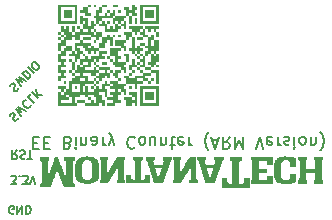
<source format=gbr>
%TF.GenerationSoftware,KiCad,Pcbnew,9.0.3*%
%TF.CreationDate,2025-08-22T13:27:39-06:00*%
%TF.ProjectId,SWAG_BAR_LED_ARM,53574147-5f42-4415-925f-4c45445f4152,rev?*%
%TF.SameCoordinates,Original*%
%TF.FileFunction,Legend,Bot*%
%TF.FilePolarity,Positive*%
%FSLAX46Y46*%
G04 Gerber Fmt 4.6, Leading zero omitted, Abs format (unit mm)*
G04 Created by KiCad (PCBNEW 9.0.3) date 2025-08-22 13:27:39*
%MOMM*%
%LPD*%
G01*
G04 APERTURE LIST*
%ADD10C,0.150000*%
%ADD11C,0.000000*%
G04 APERTURE END LIST*
D10*
X81567284Y-102430990D02*
X81900617Y-102430990D01*
X82043474Y-101907180D02*
X81567284Y-101907180D01*
X81567284Y-101907180D02*
X81567284Y-102907180D01*
X81567284Y-102907180D02*
X82043474Y-102907180D01*
X82472046Y-102430990D02*
X82805379Y-102430990D01*
X82948236Y-101907180D02*
X82472046Y-101907180D01*
X82472046Y-101907180D02*
X82472046Y-102907180D01*
X82472046Y-102907180D02*
X82948236Y-102907180D01*
X84472046Y-102430990D02*
X84614903Y-102383371D01*
X84614903Y-102383371D02*
X84662522Y-102335752D01*
X84662522Y-102335752D02*
X84710141Y-102240514D01*
X84710141Y-102240514D02*
X84710141Y-102097657D01*
X84710141Y-102097657D02*
X84662522Y-102002419D01*
X84662522Y-102002419D02*
X84614903Y-101954800D01*
X84614903Y-101954800D02*
X84519665Y-101907180D01*
X84519665Y-101907180D02*
X84138713Y-101907180D01*
X84138713Y-101907180D02*
X84138713Y-102907180D01*
X84138713Y-102907180D02*
X84472046Y-102907180D01*
X84472046Y-102907180D02*
X84567284Y-102859561D01*
X84567284Y-102859561D02*
X84614903Y-102811942D01*
X84614903Y-102811942D02*
X84662522Y-102716704D01*
X84662522Y-102716704D02*
X84662522Y-102621466D01*
X84662522Y-102621466D02*
X84614903Y-102526228D01*
X84614903Y-102526228D02*
X84567284Y-102478609D01*
X84567284Y-102478609D02*
X84472046Y-102430990D01*
X84472046Y-102430990D02*
X84138713Y-102430990D01*
X85138713Y-101907180D02*
X85138713Y-102573847D01*
X85138713Y-102907180D02*
X85091094Y-102859561D01*
X85091094Y-102859561D02*
X85138713Y-102811942D01*
X85138713Y-102811942D02*
X85186332Y-102859561D01*
X85186332Y-102859561D02*
X85138713Y-102907180D01*
X85138713Y-102907180D02*
X85138713Y-102811942D01*
X85614903Y-102573847D02*
X85614903Y-101907180D01*
X85614903Y-102478609D02*
X85662522Y-102526228D01*
X85662522Y-102526228D02*
X85757760Y-102573847D01*
X85757760Y-102573847D02*
X85900617Y-102573847D01*
X85900617Y-102573847D02*
X85995855Y-102526228D01*
X85995855Y-102526228D02*
X86043474Y-102430990D01*
X86043474Y-102430990D02*
X86043474Y-101907180D01*
X86948236Y-101907180D02*
X86948236Y-102430990D01*
X86948236Y-102430990D02*
X86900617Y-102526228D01*
X86900617Y-102526228D02*
X86805379Y-102573847D01*
X86805379Y-102573847D02*
X86614903Y-102573847D01*
X86614903Y-102573847D02*
X86519665Y-102526228D01*
X86948236Y-101954800D02*
X86852998Y-101907180D01*
X86852998Y-101907180D02*
X86614903Y-101907180D01*
X86614903Y-101907180D02*
X86519665Y-101954800D01*
X86519665Y-101954800D02*
X86472046Y-102050038D01*
X86472046Y-102050038D02*
X86472046Y-102145276D01*
X86472046Y-102145276D02*
X86519665Y-102240514D01*
X86519665Y-102240514D02*
X86614903Y-102288133D01*
X86614903Y-102288133D02*
X86852998Y-102288133D01*
X86852998Y-102288133D02*
X86948236Y-102335752D01*
X87424427Y-101907180D02*
X87424427Y-102573847D01*
X87424427Y-102383371D02*
X87472046Y-102478609D01*
X87472046Y-102478609D02*
X87519665Y-102526228D01*
X87519665Y-102526228D02*
X87614903Y-102573847D01*
X87614903Y-102573847D02*
X87710141Y-102573847D01*
X87948237Y-102573847D02*
X88186332Y-101907180D01*
X88424427Y-102573847D02*
X88186332Y-101907180D01*
X88186332Y-101907180D02*
X88091094Y-101669085D01*
X88091094Y-101669085D02*
X88043475Y-101621466D01*
X88043475Y-101621466D02*
X87948237Y-101573847D01*
X90138713Y-102002419D02*
X90091094Y-101954800D01*
X90091094Y-101954800D02*
X89948237Y-101907180D01*
X89948237Y-101907180D02*
X89852999Y-101907180D01*
X89852999Y-101907180D02*
X89710142Y-101954800D01*
X89710142Y-101954800D02*
X89614904Y-102050038D01*
X89614904Y-102050038D02*
X89567285Y-102145276D01*
X89567285Y-102145276D02*
X89519666Y-102335752D01*
X89519666Y-102335752D02*
X89519666Y-102478609D01*
X89519666Y-102478609D02*
X89567285Y-102669085D01*
X89567285Y-102669085D02*
X89614904Y-102764323D01*
X89614904Y-102764323D02*
X89710142Y-102859561D01*
X89710142Y-102859561D02*
X89852999Y-102907180D01*
X89852999Y-102907180D02*
X89948237Y-102907180D01*
X89948237Y-102907180D02*
X90091094Y-102859561D01*
X90091094Y-102859561D02*
X90138713Y-102811942D01*
X90710142Y-101907180D02*
X90614904Y-101954800D01*
X90614904Y-101954800D02*
X90567285Y-102002419D01*
X90567285Y-102002419D02*
X90519666Y-102097657D01*
X90519666Y-102097657D02*
X90519666Y-102383371D01*
X90519666Y-102383371D02*
X90567285Y-102478609D01*
X90567285Y-102478609D02*
X90614904Y-102526228D01*
X90614904Y-102526228D02*
X90710142Y-102573847D01*
X90710142Y-102573847D02*
X90852999Y-102573847D01*
X90852999Y-102573847D02*
X90948237Y-102526228D01*
X90948237Y-102526228D02*
X90995856Y-102478609D01*
X90995856Y-102478609D02*
X91043475Y-102383371D01*
X91043475Y-102383371D02*
X91043475Y-102097657D01*
X91043475Y-102097657D02*
X90995856Y-102002419D01*
X90995856Y-102002419D02*
X90948237Y-101954800D01*
X90948237Y-101954800D02*
X90852999Y-101907180D01*
X90852999Y-101907180D02*
X90710142Y-101907180D01*
X91900618Y-102573847D02*
X91900618Y-101907180D01*
X91472047Y-102573847D02*
X91472047Y-102050038D01*
X91472047Y-102050038D02*
X91519666Y-101954800D01*
X91519666Y-101954800D02*
X91614904Y-101907180D01*
X91614904Y-101907180D02*
X91757761Y-101907180D01*
X91757761Y-101907180D02*
X91852999Y-101954800D01*
X91852999Y-101954800D02*
X91900618Y-102002419D01*
X92376809Y-102573847D02*
X92376809Y-101907180D01*
X92376809Y-102478609D02*
X92424428Y-102526228D01*
X92424428Y-102526228D02*
X92519666Y-102573847D01*
X92519666Y-102573847D02*
X92662523Y-102573847D01*
X92662523Y-102573847D02*
X92757761Y-102526228D01*
X92757761Y-102526228D02*
X92805380Y-102430990D01*
X92805380Y-102430990D02*
X92805380Y-101907180D01*
X93138714Y-102573847D02*
X93519666Y-102573847D01*
X93281571Y-102907180D02*
X93281571Y-102050038D01*
X93281571Y-102050038D02*
X93329190Y-101954800D01*
X93329190Y-101954800D02*
X93424428Y-101907180D01*
X93424428Y-101907180D02*
X93519666Y-101907180D01*
X94233952Y-101954800D02*
X94138714Y-101907180D01*
X94138714Y-101907180D02*
X93948238Y-101907180D01*
X93948238Y-101907180D02*
X93853000Y-101954800D01*
X93853000Y-101954800D02*
X93805381Y-102050038D01*
X93805381Y-102050038D02*
X93805381Y-102430990D01*
X93805381Y-102430990D02*
X93853000Y-102526228D01*
X93853000Y-102526228D02*
X93948238Y-102573847D01*
X93948238Y-102573847D02*
X94138714Y-102573847D01*
X94138714Y-102573847D02*
X94233952Y-102526228D01*
X94233952Y-102526228D02*
X94281571Y-102430990D01*
X94281571Y-102430990D02*
X94281571Y-102335752D01*
X94281571Y-102335752D02*
X93805381Y-102240514D01*
X94710143Y-101907180D02*
X94710143Y-102573847D01*
X94710143Y-102383371D02*
X94757762Y-102478609D01*
X94757762Y-102478609D02*
X94805381Y-102526228D01*
X94805381Y-102526228D02*
X94900619Y-102573847D01*
X94900619Y-102573847D02*
X94995857Y-102573847D01*
X96376810Y-101526228D02*
X96329191Y-101573847D01*
X96329191Y-101573847D02*
X96233953Y-101716704D01*
X96233953Y-101716704D02*
X96186334Y-101811942D01*
X96186334Y-101811942D02*
X96138715Y-101954800D01*
X96138715Y-101954800D02*
X96091096Y-102192895D01*
X96091096Y-102192895D02*
X96091096Y-102383371D01*
X96091096Y-102383371D02*
X96138715Y-102621466D01*
X96138715Y-102621466D02*
X96186334Y-102764323D01*
X96186334Y-102764323D02*
X96233953Y-102859561D01*
X96233953Y-102859561D02*
X96329191Y-103002419D01*
X96329191Y-103002419D02*
X96376810Y-103050038D01*
X96710144Y-102192895D02*
X97186334Y-102192895D01*
X96614906Y-101907180D02*
X96948239Y-102907180D01*
X96948239Y-102907180D02*
X97281572Y-101907180D01*
X98186334Y-101907180D02*
X97853001Y-102383371D01*
X97614906Y-101907180D02*
X97614906Y-102907180D01*
X97614906Y-102907180D02*
X97995858Y-102907180D01*
X97995858Y-102907180D02*
X98091096Y-102859561D01*
X98091096Y-102859561D02*
X98138715Y-102811942D01*
X98138715Y-102811942D02*
X98186334Y-102716704D01*
X98186334Y-102716704D02*
X98186334Y-102573847D01*
X98186334Y-102573847D02*
X98138715Y-102478609D01*
X98138715Y-102478609D02*
X98091096Y-102430990D01*
X98091096Y-102430990D02*
X97995858Y-102383371D01*
X97995858Y-102383371D02*
X97614906Y-102383371D01*
X98614906Y-101907180D02*
X98614906Y-102907180D01*
X98614906Y-102907180D02*
X98948239Y-102192895D01*
X98948239Y-102192895D02*
X99281572Y-102907180D01*
X99281572Y-102907180D02*
X99281572Y-101907180D01*
X100376811Y-102907180D02*
X100710144Y-101907180D01*
X100710144Y-101907180D02*
X101043477Y-102907180D01*
X101757763Y-101954800D02*
X101662525Y-101907180D01*
X101662525Y-101907180D02*
X101472049Y-101907180D01*
X101472049Y-101907180D02*
X101376811Y-101954800D01*
X101376811Y-101954800D02*
X101329192Y-102050038D01*
X101329192Y-102050038D02*
X101329192Y-102430990D01*
X101329192Y-102430990D02*
X101376811Y-102526228D01*
X101376811Y-102526228D02*
X101472049Y-102573847D01*
X101472049Y-102573847D02*
X101662525Y-102573847D01*
X101662525Y-102573847D02*
X101757763Y-102526228D01*
X101757763Y-102526228D02*
X101805382Y-102430990D01*
X101805382Y-102430990D02*
X101805382Y-102335752D01*
X101805382Y-102335752D02*
X101329192Y-102240514D01*
X102233954Y-101907180D02*
X102233954Y-102573847D01*
X102233954Y-102383371D02*
X102281573Y-102478609D01*
X102281573Y-102478609D02*
X102329192Y-102526228D01*
X102329192Y-102526228D02*
X102424430Y-102573847D01*
X102424430Y-102573847D02*
X102519668Y-102573847D01*
X102805383Y-101954800D02*
X102900621Y-101907180D01*
X102900621Y-101907180D02*
X103091097Y-101907180D01*
X103091097Y-101907180D02*
X103186335Y-101954800D01*
X103186335Y-101954800D02*
X103233954Y-102050038D01*
X103233954Y-102050038D02*
X103233954Y-102097657D01*
X103233954Y-102097657D02*
X103186335Y-102192895D01*
X103186335Y-102192895D02*
X103091097Y-102240514D01*
X103091097Y-102240514D02*
X102948240Y-102240514D01*
X102948240Y-102240514D02*
X102853002Y-102288133D01*
X102853002Y-102288133D02*
X102805383Y-102383371D01*
X102805383Y-102383371D02*
X102805383Y-102430990D01*
X102805383Y-102430990D02*
X102853002Y-102526228D01*
X102853002Y-102526228D02*
X102948240Y-102573847D01*
X102948240Y-102573847D02*
X103091097Y-102573847D01*
X103091097Y-102573847D02*
X103186335Y-102526228D01*
X103662526Y-101907180D02*
X103662526Y-102573847D01*
X103662526Y-102907180D02*
X103614907Y-102859561D01*
X103614907Y-102859561D02*
X103662526Y-102811942D01*
X103662526Y-102811942D02*
X103710145Y-102859561D01*
X103710145Y-102859561D02*
X103662526Y-102907180D01*
X103662526Y-102907180D02*
X103662526Y-102811942D01*
X104281573Y-101907180D02*
X104186335Y-101954800D01*
X104186335Y-101954800D02*
X104138716Y-102002419D01*
X104138716Y-102002419D02*
X104091097Y-102097657D01*
X104091097Y-102097657D02*
X104091097Y-102383371D01*
X104091097Y-102383371D02*
X104138716Y-102478609D01*
X104138716Y-102478609D02*
X104186335Y-102526228D01*
X104186335Y-102526228D02*
X104281573Y-102573847D01*
X104281573Y-102573847D02*
X104424430Y-102573847D01*
X104424430Y-102573847D02*
X104519668Y-102526228D01*
X104519668Y-102526228D02*
X104567287Y-102478609D01*
X104567287Y-102478609D02*
X104614906Y-102383371D01*
X104614906Y-102383371D02*
X104614906Y-102097657D01*
X104614906Y-102097657D02*
X104567287Y-102002419D01*
X104567287Y-102002419D02*
X104519668Y-101954800D01*
X104519668Y-101954800D02*
X104424430Y-101907180D01*
X104424430Y-101907180D02*
X104281573Y-101907180D01*
X105043478Y-102573847D02*
X105043478Y-101907180D01*
X105043478Y-102478609D02*
X105091097Y-102526228D01*
X105091097Y-102526228D02*
X105186335Y-102573847D01*
X105186335Y-102573847D02*
X105329192Y-102573847D01*
X105329192Y-102573847D02*
X105424430Y-102526228D01*
X105424430Y-102526228D02*
X105472049Y-102430990D01*
X105472049Y-102430990D02*
X105472049Y-101907180D01*
X105853002Y-101526228D02*
X105900621Y-101573847D01*
X105900621Y-101573847D02*
X105995859Y-101716704D01*
X105995859Y-101716704D02*
X106043478Y-101811942D01*
X106043478Y-101811942D02*
X106091097Y-101954800D01*
X106091097Y-101954800D02*
X106138716Y-102192895D01*
X106138716Y-102192895D02*
X106138716Y-102383371D01*
X106138716Y-102383371D02*
X106091097Y-102621466D01*
X106091097Y-102621466D02*
X106043478Y-102764323D01*
X106043478Y-102764323D02*
X105995859Y-102859561D01*
X105995859Y-102859561D02*
X105900621Y-103002419D01*
X105900621Y-103002419D02*
X105853002Y-103050038D01*
X79883067Y-108402233D02*
X79816400Y-108435566D01*
X79816400Y-108435566D02*
X79716400Y-108435566D01*
X79716400Y-108435566D02*
X79616400Y-108402233D01*
X79616400Y-108402233D02*
X79549734Y-108335566D01*
X79549734Y-108335566D02*
X79516400Y-108268900D01*
X79516400Y-108268900D02*
X79483067Y-108135566D01*
X79483067Y-108135566D02*
X79483067Y-108035566D01*
X79483067Y-108035566D02*
X79516400Y-107902233D01*
X79516400Y-107902233D02*
X79549734Y-107835566D01*
X79549734Y-107835566D02*
X79616400Y-107768900D01*
X79616400Y-107768900D02*
X79716400Y-107735566D01*
X79716400Y-107735566D02*
X79783067Y-107735566D01*
X79783067Y-107735566D02*
X79883067Y-107768900D01*
X79883067Y-107768900D02*
X79916400Y-107802233D01*
X79916400Y-107802233D02*
X79916400Y-108035566D01*
X79916400Y-108035566D02*
X79783067Y-108035566D01*
X80216400Y-107735566D02*
X80216400Y-108435566D01*
X80216400Y-108435566D02*
X80616400Y-107735566D01*
X80616400Y-107735566D02*
X80616400Y-108435566D01*
X80949733Y-107735566D02*
X80949733Y-108435566D01*
X80949733Y-108435566D02*
X81116400Y-108435566D01*
X81116400Y-108435566D02*
X81216400Y-108402233D01*
X81216400Y-108402233D02*
X81283067Y-108335566D01*
X81283067Y-108335566D02*
X81316400Y-108268900D01*
X81316400Y-108268900D02*
X81349733Y-108135566D01*
X81349733Y-108135566D02*
X81349733Y-108035566D01*
X81349733Y-108035566D02*
X81316400Y-107902233D01*
X81316400Y-107902233D02*
X81283067Y-107835566D01*
X81283067Y-107835566D02*
X81216400Y-107768900D01*
X81216400Y-107768900D02*
X81116400Y-107735566D01*
X81116400Y-107735566D02*
X80949733Y-107735566D01*
X79554114Y-100132086D02*
X79601255Y-100037805D01*
X79601255Y-100037805D02*
X79719106Y-99919954D01*
X79719106Y-99919954D02*
X79789817Y-99896384D01*
X79789817Y-99896384D02*
X79836957Y-99896384D01*
X79836957Y-99896384D02*
X79907668Y-99919954D01*
X79907668Y-99919954D02*
X79954808Y-99967095D01*
X79954808Y-99967095D02*
X79978379Y-100037805D01*
X79978379Y-100037805D02*
X79978379Y-100084946D01*
X79978379Y-100084946D02*
X79954808Y-100155657D01*
X79954808Y-100155657D02*
X79884098Y-100273508D01*
X79884098Y-100273508D02*
X79860527Y-100344218D01*
X79860527Y-100344218D02*
X79860527Y-100391359D01*
X79860527Y-100391359D02*
X79884098Y-100462070D01*
X79884098Y-100462070D02*
X79931238Y-100509210D01*
X79931238Y-100509210D02*
X80001949Y-100532780D01*
X80001949Y-100532780D02*
X80049089Y-100532780D01*
X80049089Y-100532780D02*
X80119800Y-100509210D01*
X80119800Y-100509210D02*
X80237651Y-100391359D01*
X80237651Y-100391359D02*
X80284791Y-100297078D01*
X80473353Y-100155656D02*
X80096230Y-99542830D01*
X80096230Y-99542830D02*
X80544064Y-99802103D01*
X80544064Y-99802103D02*
X80284792Y-99354269D01*
X80284792Y-99354269D02*
X80897618Y-99731392D01*
X80921188Y-98812153D02*
X80874047Y-98812153D01*
X80874047Y-98812153D02*
X80779766Y-98859294D01*
X80779766Y-98859294D02*
X80732626Y-98906434D01*
X80732626Y-98906434D02*
X80685486Y-99000715D01*
X80685486Y-99000715D02*
X80685486Y-99094996D01*
X80685486Y-99094996D02*
X80709056Y-99165707D01*
X80709056Y-99165707D02*
X80779766Y-99283558D01*
X80779766Y-99283558D02*
X80850477Y-99354269D01*
X80850477Y-99354269D02*
X80968328Y-99424979D01*
X80968328Y-99424979D02*
X81039039Y-99448550D01*
X81039039Y-99448550D02*
X81133320Y-99448550D01*
X81133320Y-99448550D02*
X81227601Y-99401409D01*
X81227601Y-99401409D02*
X81274741Y-99354269D01*
X81274741Y-99354269D02*
X81321882Y-99259988D01*
X81321882Y-99259988D02*
X81321882Y-99212847D01*
X81321882Y-98317179D02*
X81086179Y-98552881D01*
X81086179Y-98552881D02*
X81581154Y-99047856D01*
X81486873Y-98152187D02*
X81981848Y-98647162D01*
X81769716Y-97869344D02*
X81840427Y-98364319D01*
X82264691Y-98364319D02*
X81699005Y-98364319D01*
X79574026Y-97622975D02*
X79621166Y-97528694D01*
X79621166Y-97528694D02*
X79739017Y-97410843D01*
X79739017Y-97410843D02*
X79809728Y-97387273D01*
X79809728Y-97387273D02*
X79856869Y-97387273D01*
X79856869Y-97387273D02*
X79927579Y-97410843D01*
X79927579Y-97410843D02*
X79974720Y-97457983D01*
X79974720Y-97457983D02*
X79998290Y-97528694D01*
X79998290Y-97528694D02*
X79998290Y-97575835D01*
X79998290Y-97575835D02*
X79974720Y-97646545D01*
X79974720Y-97646545D02*
X79904009Y-97764396D01*
X79904009Y-97764396D02*
X79880439Y-97835107D01*
X79880439Y-97835107D02*
X79880439Y-97882247D01*
X79880439Y-97882247D02*
X79904009Y-97952958D01*
X79904009Y-97952958D02*
X79951149Y-98000099D01*
X79951149Y-98000099D02*
X80021860Y-98023669D01*
X80021860Y-98023669D02*
X80069001Y-98023669D01*
X80069001Y-98023669D02*
X80139711Y-98000099D01*
X80139711Y-98000099D02*
X80257562Y-97882247D01*
X80257562Y-97882247D02*
X80304703Y-97787967D01*
X80493265Y-97646545D02*
X80116141Y-97033719D01*
X80116141Y-97033719D02*
X80563976Y-97292992D01*
X80563976Y-97292992D02*
X80304703Y-96845157D01*
X80304703Y-96845157D02*
X80917529Y-97222281D01*
X80611116Y-96538744D02*
X81106091Y-97033719D01*
X81106091Y-97033719D02*
X81223942Y-96915868D01*
X81223942Y-96915868D02*
X81271082Y-96821587D01*
X81271082Y-96821587D02*
X81271082Y-96727306D01*
X81271082Y-96727306D02*
X81247512Y-96656595D01*
X81247512Y-96656595D02*
X81176801Y-96538744D01*
X81176801Y-96538744D02*
X81106091Y-96468034D01*
X81106091Y-96468034D02*
X80988240Y-96397323D01*
X80988240Y-96397323D02*
X80917529Y-96373753D01*
X80917529Y-96373753D02*
X80823248Y-96373753D01*
X80823248Y-96373753D02*
X80728967Y-96420893D01*
X80728967Y-96420893D02*
X80611116Y-96538744D01*
X81106091Y-96043770D02*
X81601066Y-96538744D01*
X81931048Y-96208761D02*
X82025329Y-96114481D01*
X82025329Y-96114481D02*
X82048900Y-96043770D01*
X82048900Y-96043770D02*
X82048900Y-95949489D01*
X82048900Y-95949489D02*
X81978189Y-95831638D01*
X81978189Y-95831638D02*
X81813197Y-95666646D01*
X81813197Y-95666646D02*
X81695346Y-95595936D01*
X81695346Y-95595936D02*
X81601065Y-95595936D01*
X81601065Y-95595936D02*
X81530355Y-95619506D01*
X81530355Y-95619506D02*
X81436074Y-95713787D01*
X81436074Y-95713787D02*
X81412503Y-95784497D01*
X81412503Y-95784497D02*
X81412503Y-95878778D01*
X81412503Y-95878778D02*
X81483214Y-95996629D01*
X81483214Y-95996629D02*
X81648206Y-96161621D01*
X81648206Y-96161621D02*
X81766057Y-96232332D01*
X81766057Y-96232332D02*
X81860338Y-96232332D01*
X81860338Y-96232332D02*
X81931048Y-96208761D01*
X80185466Y-103061966D02*
X79952133Y-103395300D01*
X79785466Y-103061966D02*
X79785466Y-103761966D01*
X79785466Y-103761966D02*
X80052133Y-103761966D01*
X80052133Y-103761966D02*
X80118800Y-103728633D01*
X80118800Y-103728633D02*
X80152133Y-103695300D01*
X80152133Y-103695300D02*
X80185466Y-103628633D01*
X80185466Y-103628633D02*
X80185466Y-103528633D01*
X80185466Y-103528633D02*
X80152133Y-103461966D01*
X80152133Y-103461966D02*
X80118800Y-103428633D01*
X80118800Y-103428633D02*
X80052133Y-103395300D01*
X80052133Y-103395300D02*
X79785466Y-103395300D01*
X80452133Y-103095300D02*
X80552133Y-103061966D01*
X80552133Y-103061966D02*
X80718800Y-103061966D01*
X80718800Y-103061966D02*
X80785466Y-103095300D01*
X80785466Y-103095300D02*
X80818800Y-103128633D01*
X80818800Y-103128633D02*
X80852133Y-103195300D01*
X80852133Y-103195300D02*
X80852133Y-103261966D01*
X80852133Y-103261966D02*
X80818800Y-103328633D01*
X80818800Y-103328633D02*
X80785466Y-103361966D01*
X80785466Y-103361966D02*
X80718800Y-103395300D01*
X80718800Y-103395300D02*
X80585466Y-103428633D01*
X80585466Y-103428633D02*
X80518800Y-103461966D01*
X80518800Y-103461966D02*
X80485466Y-103495300D01*
X80485466Y-103495300D02*
X80452133Y-103561966D01*
X80452133Y-103561966D02*
X80452133Y-103628633D01*
X80452133Y-103628633D02*
X80485466Y-103695300D01*
X80485466Y-103695300D02*
X80518800Y-103728633D01*
X80518800Y-103728633D02*
X80585466Y-103761966D01*
X80585466Y-103761966D02*
X80752133Y-103761966D01*
X80752133Y-103761966D02*
X80852133Y-103728633D01*
X81052133Y-103761966D02*
X81452133Y-103761966D01*
X81252133Y-103061966D02*
X81252133Y-103761966D01*
X79637067Y-105895566D02*
X80070400Y-105895566D01*
X80070400Y-105895566D02*
X79837067Y-105628900D01*
X79837067Y-105628900D02*
X79937067Y-105628900D01*
X79937067Y-105628900D02*
X80003733Y-105595566D01*
X80003733Y-105595566D02*
X80037067Y-105562233D01*
X80037067Y-105562233D02*
X80070400Y-105495566D01*
X80070400Y-105495566D02*
X80070400Y-105328900D01*
X80070400Y-105328900D02*
X80037067Y-105262233D01*
X80037067Y-105262233D02*
X80003733Y-105228900D01*
X80003733Y-105228900D02*
X79937067Y-105195566D01*
X79937067Y-105195566D02*
X79737067Y-105195566D01*
X79737067Y-105195566D02*
X79670400Y-105228900D01*
X79670400Y-105228900D02*
X79637067Y-105262233D01*
X80370400Y-105262233D02*
X80403734Y-105228900D01*
X80403734Y-105228900D02*
X80370400Y-105195566D01*
X80370400Y-105195566D02*
X80337067Y-105228900D01*
X80337067Y-105228900D02*
X80370400Y-105262233D01*
X80370400Y-105262233D02*
X80370400Y-105195566D01*
X80637067Y-105895566D02*
X81070400Y-105895566D01*
X81070400Y-105895566D02*
X80837067Y-105628900D01*
X80837067Y-105628900D02*
X80937067Y-105628900D01*
X80937067Y-105628900D02*
X81003733Y-105595566D01*
X81003733Y-105595566D02*
X81037067Y-105562233D01*
X81037067Y-105562233D02*
X81070400Y-105495566D01*
X81070400Y-105495566D02*
X81070400Y-105328900D01*
X81070400Y-105328900D02*
X81037067Y-105262233D01*
X81037067Y-105262233D02*
X81003733Y-105228900D01*
X81003733Y-105228900D02*
X80937067Y-105195566D01*
X80937067Y-105195566D02*
X80737067Y-105195566D01*
X80737067Y-105195566D02*
X80670400Y-105228900D01*
X80670400Y-105228900D02*
X80637067Y-105262233D01*
X81270400Y-105895566D02*
X81503734Y-105195566D01*
X81503734Y-105195566D02*
X81737067Y-105895566D01*
D11*
%TO.C,*%
G36*
X92205125Y-96034728D02*
G01*
X91974297Y-96034728D01*
X91974297Y-95803899D01*
X92205125Y-95803899D01*
X92205125Y-96034728D01*
G37*
G36*
X92205125Y-93495615D02*
G01*
X91974297Y-93495615D01*
X91974297Y-93033959D01*
X92205125Y-93033959D01*
X92205125Y-93495615D01*
G37*
G36*
X91743468Y-97188870D02*
G01*
X91512640Y-97188870D01*
X91512640Y-96958041D01*
X91743468Y-96958041D01*
X91743468Y-97188870D01*
G37*
G36*
X91512640Y-97419698D02*
G01*
X91281812Y-97419698D01*
X91281812Y-97188870D01*
X91512640Y-97188870D01*
X91512640Y-97419698D01*
G37*
G36*
X91743468Y-98804668D02*
G01*
X91050983Y-98804668D01*
X91050983Y-98112183D01*
X91743468Y-98112183D01*
X91743468Y-98804668D01*
G37*
G36*
X91512640Y-96265556D02*
G01*
X91050983Y-96265556D01*
X91050983Y-96034728D01*
X91512640Y-96034728D01*
X91512640Y-96265556D01*
G37*
G36*
X91743468Y-91879817D02*
G01*
X91050983Y-91879817D01*
X91050983Y-91187332D01*
X91743468Y-91187332D01*
X91743468Y-91879817D01*
G37*
G36*
X90820155Y-96496384D02*
G01*
X90589326Y-96496384D01*
X90589326Y-96265556D01*
X90820155Y-96265556D01*
X90820155Y-96496384D01*
G37*
G36*
X91050983Y-94188101D02*
G01*
X90589326Y-94188101D01*
X90589326Y-93957272D01*
X91050983Y-93957272D01*
X91050983Y-94188101D01*
G37*
G36*
X90820155Y-93726444D02*
G01*
X90358498Y-93726444D01*
X90358498Y-93495615D01*
X90820155Y-93495615D01*
X90820155Y-93726444D01*
G37*
G36*
X90358498Y-92341474D02*
G01*
X90127670Y-92341474D01*
X90127670Y-91879817D01*
X90358498Y-91879817D01*
X90358498Y-92341474D01*
G37*
G36*
X90127670Y-96496384D02*
G01*
X89896841Y-96496384D01*
X89896841Y-96265556D01*
X90127670Y-96265556D01*
X90127670Y-96496384D01*
G37*
G36*
X89896841Y-97881355D02*
G01*
X89666013Y-97881355D01*
X89666013Y-97650526D01*
X89896841Y-97650526D01*
X89896841Y-97881355D01*
G37*
G36*
X89896841Y-96727213D02*
G01*
X89666013Y-96727213D01*
X89666013Y-96496384D01*
X89896841Y-96496384D01*
X89896841Y-96727213D01*
G37*
G36*
X88973528Y-97188870D02*
G01*
X88742699Y-97188870D01*
X88742699Y-96958041D01*
X88973528Y-96958041D01*
X88973528Y-97188870D01*
G37*
G36*
X88973528Y-93495615D02*
G01*
X88742699Y-93495615D01*
X88742699Y-93264787D01*
X88973528Y-93264787D01*
X88973528Y-93495615D01*
G37*
G36*
X88973528Y-91418160D02*
G01*
X88742699Y-91418160D01*
X88742699Y-91187332D01*
X88973528Y-91187332D01*
X88973528Y-91418160D01*
G37*
G36*
X88511871Y-93495615D02*
G01*
X88281043Y-93495615D01*
X88281043Y-93264787D01*
X88511871Y-93264787D01*
X88511871Y-93495615D01*
G37*
G36*
X88742699Y-90956503D02*
G01*
X88281043Y-90956503D01*
X88281043Y-90725675D01*
X88742699Y-90725675D01*
X88742699Y-90956503D01*
G37*
G36*
X88050214Y-92341474D02*
G01*
X87819386Y-92341474D01*
X87819386Y-92110645D01*
X88050214Y-92110645D01*
X88050214Y-92341474D01*
G37*
G36*
X87819386Y-95803899D02*
G01*
X87357729Y-95803899D01*
X87357729Y-95573071D01*
X87819386Y-95573071D01*
X87819386Y-95803899D01*
G37*
G36*
X87819386Y-90956503D02*
G01*
X87357729Y-90956503D01*
X87357729Y-90725675D01*
X87819386Y-90725675D01*
X87819386Y-90956503D01*
G37*
G36*
X87126901Y-97419698D02*
G01*
X86896072Y-97419698D01*
X86896072Y-97188870D01*
X87126901Y-97188870D01*
X87126901Y-97419698D01*
G37*
G36*
X86896072Y-97650526D02*
G01*
X86665244Y-97650526D01*
X86665244Y-97419698D01*
X86896072Y-97419698D01*
X86896072Y-97650526D01*
G37*
G36*
X86896072Y-97188870D02*
G01*
X86665244Y-97188870D01*
X86665244Y-96958041D01*
X86896072Y-96958041D01*
X86896072Y-97188870D01*
G37*
G36*
X86896072Y-93957272D02*
G01*
X86665244Y-93957272D01*
X86665244Y-93726444D01*
X86896072Y-93726444D01*
X86896072Y-93957272D01*
G37*
G36*
X86896072Y-90956503D02*
G01*
X86665244Y-90956503D01*
X86665244Y-90725675D01*
X86896072Y-90725675D01*
X86896072Y-90956503D01*
G37*
G36*
X86665244Y-97881355D02*
G01*
X86434416Y-97881355D01*
X86434416Y-97650526D01*
X86665244Y-97650526D01*
X86665244Y-97881355D01*
G37*
G36*
X86434416Y-98804668D02*
G01*
X86203587Y-98804668D01*
X86203587Y-98573840D01*
X86434416Y-98573840D01*
X86434416Y-98804668D01*
G37*
G36*
X86434416Y-90956503D02*
G01*
X86203587Y-90956503D01*
X86203587Y-90725675D01*
X86434416Y-90725675D01*
X86434416Y-90956503D01*
G37*
G36*
X85972759Y-95111414D02*
G01*
X85741930Y-95111414D01*
X85741930Y-94880586D01*
X85972759Y-94880586D01*
X85972759Y-95111414D01*
G37*
G36*
X86434416Y-93726444D02*
G01*
X85741930Y-93726444D01*
X85741930Y-93495615D01*
X86434416Y-93495615D01*
X86434416Y-93726444D01*
G37*
G36*
X85511102Y-92803130D02*
G01*
X85280274Y-92803130D01*
X85280274Y-92572302D01*
X85511102Y-92572302D01*
X85511102Y-92803130D01*
G37*
G36*
X85280274Y-97881355D02*
G01*
X85049445Y-97881355D01*
X85049445Y-97650526D01*
X85280274Y-97650526D01*
X85280274Y-97881355D01*
G37*
G36*
X85049445Y-96727213D02*
G01*
X84818617Y-96727213D01*
X84818617Y-96496384D01*
X85049445Y-96496384D01*
X85049445Y-96727213D01*
G37*
G36*
X84818617Y-96496384D02*
G01*
X84587789Y-96496384D01*
X84587789Y-96265556D01*
X84818617Y-96265556D01*
X84818617Y-96496384D01*
G37*
G36*
X84818617Y-95573071D02*
G01*
X84587789Y-95573071D01*
X84587789Y-95342243D01*
X84818617Y-95342243D01*
X84818617Y-95573071D01*
G37*
G36*
X84356960Y-97419698D02*
G01*
X84126132Y-97419698D01*
X84126132Y-97188870D01*
X84356960Y-97188870D01*
X84356960Y-97419698D01*
G37*
G36*
X84818617Y-91879817D02*
G01*
X84126132Y-91879817D01*
X84126132Y-91187332D01*
X84818617Y-91187332D01*
X84818617Y-91879817D01*
G37*
G36*
X84126132Y-93495615D02*
G01*
X83895303Y-93495615D01*
X83895303Y-93264787D01*
X84126132Y-93264787D01*
X84126132Y-93495615D01*
G37*
G36*
X83895303Y-93726444D02*
G01*
X83664475Y-93726444D01*
X83664475Y-93495615D01*
X83895303Y-93495615D01*
X83895303Y-93726444D01*
G37*
G36*
X83895303Y-93264787D02*
G01*
X83664475Y-93264787D01*
X83664475Y-93033959D01*
X83895303Y-93033959D01*
X83895303Y-93264787D01*
G37*
G36*
X92205125Y-97419698D02*
G01*
X91974297Y-97419698D01*
X91974297Y-96496384D01*
X91512640Y-96496384D01*
X91512640Y-96265556D01*
X92205125Y-96265556D01*
X92205125Y-97419698D01*
G37*
G36*
X89666013Y-95573071D02*
G01*
X89435185Y-95573071D01*
X89435185Y-95111414D01*
X89204356Y-95111414D01*
X89204356Y-94880586D01*
X89666013Y-94880586D01*
X89666013Y-95573071D01*
G37*
G36*
X89896841Y-93495615D02*
G01*
X89666013Y-93495615D01*
X89666013Y-93726444D01*
X89435185Y-93726444D01*
X89435185Y-93264787D01*
X89204356Y-93264787D01*
X89204356Y-93033959D01*
X89896841Y-93033959D01*
X89896841Y-93495615D01*
G37*
G36*
X88973528Y-96496384D02*
G01*
X88742699Y-96496384D01*
X88742699Y-96958041D01*
X88511871Y-96958041D01*
X88511871Y-96727213D01*
X88281043Y-96727213D01*
X88281043Y-96496384D01*
X88511871Y-96496384D01*
X88511871Y-96265556D01*
X88973528Y-96265556D01*
X88973528Y-96496384D01*
G37*
G36*
X86203587Y-91418160D02*
G01*
X86434416Y-91418160D01*
X86434416Y-91648988D01*
X85972759Y-91648988D01*
X85972759Y-91418160D01*
X85511102Y-91418160D01*
X85511102Y-91187332D01*
X85741930Y-91187332D01*
X85741930Y-90956503D01*
X86203587Y-90956503D01*
X86203587Y-91418160D01*
G37*
G36*
X92205125Y-99266325D02*
G01*
X90589326Y-99266325D01*
X90589326Y-97881355D01*
X90820155Y-97881355D01*
X90820155Y-99035497D01*
X91974297Y-99035497D01*
X91974297Y-97881355D01*
X90820155Y-97881355D01*
X90589326Y-97881355D01*
X90589326Y-97650526D01*
X92205125Y-97650526D01*
X92205125Y-99035497D01*
X92205125Y-99266325D01*
G37*
G36*
X92205125Y-92341474D02*
G01*
X90589326Y-92341474D01*
X90589326Y-90956503D01*
X90820155Y-90956503D01*
X90820155Y-92110645D01*
X91974297Y-92110645D01*
X91974297Y-90956503D01*
X90820155Y-90956503D01*
X90589326Y-90956503D01*
X90589326Y-90725675D01*
X92205125Y-90725675D01*
X92205125Y-92110645D01*
X92205125Y-92341474D01*
G37*
G36*
X85280274Y-92341474D02*
G01*
X83664475Y-92341474D01*
X83664475Y-90956503D01*
X83895303Y-90956503D01*
X83895303Y-92110645D01*
X85049445Y-92110645D01*
X85049445Y-90956503D01*
X83895303Y-90956503D01*
X83664475Y-90956503D01*
X83664475Y-90725675D01*
X85280274Y-90725675D01*
X85280274Y-92110645D01*
X85280274Y-92341474D01*
G37*
G36*
X92205125Y-92803130D02*
G01*
X91974297Y-92803130D01*
X91974297Y-93033959D01*
X91743468Y-93033959D01*
X91743468Y-92803130D01*
X91512640Y-92803130D01*
X91512640Y-93033959D01*
X91281812Y-93033959D01*
X91281812Y-92803130D01*
X91050983Y-92803130D01*
X91050983Y-92572302D01*
X92205125Y-92572302D01*
X92205125Y-92803130D01*
G37*
G36*
X89435185Y-93957272D02*
G01*
X89204356Y-93957272D01*
X89204356Y-94188101D01*
X89435185Y-94188101D01*
X89435185Y-94649757D01*
X89204356Y-94649757D01*
X89204356Y-94418929D01*
X88973528Y-94418929D01*
X88973528Y-94188101D01*
X88511871Y-94188101D01*
X88511871Y-93726444D01*
X89435185Y-93726444D01*
X89435185Y-93957272D01*
G37*
G36*
X90358498Y-99266325D02*
G01*
X90127670Y-99266325D01*
X90127670Y-99035497D01*
X89896841Y-99035497D01*
X89896841Y-99266325D01*
X89435185Y-99266325D01*
X89435185Y-98804668D01*
X89204356Y-98804668D01*
X89204356Y-98573840D01*
X89896841Y-98573840D01*
X89896841Y-98804668D01*
X90127670Y-98804668D01*
X90127670Y-98573840D01*
X89896841Y-98573840D01*
X89896841Y-98343011D01*
X89666013Y-98343011D01*
X89666013Y-98112183D01*
X90358498Y-98112183D01*
X90358498Y-98804668D01*
X90358498Y-99266325D01*
G37*
G36*
X89896841Y-91648988D02*
G01*
X89896841Y-92341474D01*
X89666013Y-92341474D01*
X89666013Y-91648988D01*
X89896841Y-91648988D01*
G37*
G36*
X90127670Y-90956503D02*
G01*
X90358498Y-90956503D01*
X90358498Y-91187332D01*
X90127670Y-91187332D01*
X90127670Y-91418160D01*
X90358498Y-91418160D01*
X90358498Y-91648988D01*
X89896841Y-91648988D01*
X89896841Y-91418160D01*
X89666013Y-91418160D01*
X89666013Y-91648988D01*
X89435185Y-91648988D01*
X89435185Y-91187332D01*
X89204356Y-91187332D01*
X89204356Y-90956503D01*
X89666013Y-90956503D01*
X89666013Y-91187332D01*
X89896841Y-91187332D01*
X89896841Y-90725675D01*
X90127670Y-90725675D01*
X90127670Y-90956503D01*
G37*
G36*
X90820155Y-93033959D02*
G01*
X90820155Y-92803130D01*
X91050983Y-92803130D01*
X91050983Y-93033959D01*
X91050983Y-93264787D01*
X91281812Y-93264787D01*
X91281812Y-93495615D01*
X90820155Y-93495615D01*
X90820155Y-93264787D01*
X90589326Y-93264787D01*
X90589326Y-93033959D01*
X90820155Y-93033959D01*
G37*
G36*
X90820155Y-92803130D02*
G01*
X90589326Y-92803130D01*
X90589326Y-93033959D01*
X90358498Y-93033959D01*
X90358498Y-93264787D01*
X90127670Y-93264787D01*
X90127670Y-93033959D01*
X89896841Y-93033959D01*
X89896841Y-92803130D01*
X89666013Y-92803130D01*
X89666013Y-92572302D01*
X90820155Y-92572302D01*
X90820155Y-92803130D01*
G37*
G36*
X91512640Y-96727213D02*
G01*
X91050983Y-96727213D01*
X91050983Y-96958041D01*
X91281812Y-96958041D01*
X91281812Y-97188870D01*
X90820155Y-97188870D01*
X90820155Y-96958041D01*
X90358498Y-96958041D01*
X90358498Y-97188870D01*
X90820155Y-97188870D01*
X90820155Y-97419698D01*
X90358498Y-97419698D01*
X90358498Y-97881355D01*
X90127670Y-97881355D01*
X90127670Y-97419698D01*
X89435185Y-97419698D01*
X89435185Y-96958041D01*
X89204356Y-96958041D01*
X89204356Y-96727213D01*
X89666013Y-96727213D01*
X89666013Y-96958041D01*
X90127670Y-96958041D01*
X90127670Y-96727213D01*
X90820155Y-96727213D01*
X90820155Y-96496384D01*
X91512640Y-96496384D01*
X91512640Y-96727213D01*
G37*
G36*
X88511871Y-95573071D02*
G01*
X88511871Y-95111414D01*
X88050214Y-95111414D01*
X88050214Y-95342243D01*
X87819386Y-95342243D01*
X87819386Y-95111414D01*
X88050214Y-95111414D01*
X88050214Y-94418929D01*
X88973528Y-94418929D01*
X88973528Y-94649757D01*
X88742699Y-94649757D01*
X88742699Y-95111414D01*
X88973528Y-95111414D01*
X88973528Y-95342243D01*
X88742699Y-95342243D01*
X88742699Y-95573071D01*
X89435185Y-95573071D01*
X89435185Y-95803899D01*
X89204356Y-95803899D01*
X89204356Y-96034728D01*
X89435185Y-96034728D01*
X89435185Y-96496384D01*
X89204356Y-96496384D01*
X89204356Y-96265556D01*
X88973528Y-96265556D01*
X88973528Y-96034728D01*
X88511871Y-96034728D01*
X88511871Y-95803899D01*
X88281043Y-95803899D01*
X88281043Y-95573071D01*
X88511871Y-95573071D01*
G37*
G36*
X88281043Y-95342243D02*
G01*
X88281043Y-95573071D01*
X88050214Y-95573071D01*
X88050214Y-95342243D01*
X88281043Y-95342243D01*
G37*
G36*
X91743468Y-93726444D02*
G01*
X91512640Y-93726444D01*
X91512640Y-94188101D01*
X91743468Y-94188101D01*
X91743468Y-93726444D01*
X92205125Y-93726444D01*
X92205125Y-94188101D01*
X92205125Y-94649757D01*
X91974297Y-94649757D01*
X91974297Y-94880586D01*
X91743468Y-94880586D01*
X91743468Y-95111414D01*
X91974297Y-95111414D01*
X91974297Y-94880586D01*
X92205125Y-94880586D01*
X92205125Y-95111414D01*
X92205125Y-95573071D01*
X91974297Y-95573071D01*
X91974297Y-95803899D01*
X91743468Y-95803899D01*
X91743468Y-96034728D01*
X91512640Y-96034728D01*
X91512640Y-95803899D01*
X91281812Y-95803899D01*
X91281812Y-95573071D01*
X91512640Y-95573071D01*
X91512640Y-94880586D01*
X91743468Y-94880586D01*
X91743468Y-94649757D01*
X91512640Y-94649757D01*
X91512640Y-94880586D01*
X91281812Y-94880586D01*
X91281812Y-95111414D01*
X91050983Y-95111414D01*
X91050983Y-94649757D01*
X91281812Y-94649757D01*
X91281812Y-94418929D01*
X91050983Y-94418929D01*
X91050983Y-94188101D01*
X91281812Y-94188101D01*
X91281812Y-93495615D01*
X91512640Y-93495615D01*
X91512640Y-93264787D01*
X91743468Y-93264787D01*
X91743468Y-93726444D01*
G37*
G36*
X90589326Y-96034728D02*
G01*
X90589326Y-96265556D01*
X90358498Y-96265556D01*
X90358498Y-96034728D01*
X90589326Y-96034728D01*
G37*
G36*
X90820155Y-95803899D02*
G01*
X90820155Y-95573071D01*
X90589326Y-95573071D01*
X90589326Y-95803899D01*
X90358498Y-95803899D01*
X90358498Y-96034728D01*
X89896841Y-96034728D01*
X89896841Y-96265556D01*
X89666013Y-96265556D01*
X89666013Y-95803899D01*
X89896841Y-95803899D01*
X89896841Y-95342243D01*
X90127670Y-95342243D01*
X90127670Y-95803899D01*
X90358498Y-95803899D01*
X90358498Y-95573071D01*
X90589326Y-95573071D01*
X90589326Y-95342243D01*
X90820155Y-95342243D01*
X90820155Y-95111414D01*
X91050983Y-95111414D01*
X91050983Y-95342243D01*
X91050983Y-95803899D01*
X91050983Y-96034728D01*
X90589326Y-96034728D01*
X90589326Y-95803899D01*
X90820155Y-95803899D01*
G37*
G36*
X90820155Y-94880586D02*
G01*
X90820155Y-95111414D01*
X90589326Y-95111414D01*
X90589326Y-95342243D01*
X90358498Y-95342243D01*
X90358498Y-95111414D01*
X90589326Y-95111414D01*
X90589326Y-94880586D01*
X90820155Y-94880586D01*
G37*
G36*
X90127670Y-94418929D02*
G01*
X90358498Y-94418929D01*
X90358498Y-94188101D01*
X90589326Y-94188101D01*
X90589326Y-94418929D01*
X90820155Y-94418929D01*
X90820155Y-94649757D01*
X90589326Y-94649757D01*
X90589326Y-94880586D01*
X90358498Y-94880586D01*
X90358498Y-95111414D01*
X90127670Y-95111414D01*
X90127670Y-94880586D01*
X90358498Y-94880586D01*
X90358498Y-94649757D01*
X90127670Y-94649757D01*
X90127670Y-94880586D01*
X89896841Y-94880586D01*
X89896841Y-94649757D01*
X89666013Y-94649757D01*
X89666013Y-94418929D01*
X89896841Y-94418929D01*
X89896841Y-93495615D01*
X90127670Y-93495615D01*
X90127670Y-94418929D01*
G37*
G36*
X87357729Y-92341474D02*
G01*
X87357729Y-92110645D01*
X87588557Y-92110645D01*
X87588557Y-92341474D01*
X87819386Y-92341474D01*
X87819386Y-92803130D01*
X88050214Y-92803130D01*
X88050214Y-92572302D01*
X88281043Y-92572302D01*
X88281043Y-92803130D01*
X88511871Y-92803130D01*
X88511871Y-92341474D01*
X88742699Y-92341474D01*
X88742699Y-92110645D01*
X88511871Y-92110645D01*
X88511871Y-92341474D01*
X88281043Y-92341474D01*
X88281043Y-91879817D01*
X88511871Y-91879817D01*
X88511871Y-91648988D01*
X89435185Y-91648988D01*
X89435185Y-91879817D01*
X89204356Y-91879817D01*
X89204356Y-92110645D01*
X88973528Y-92110645D01*
X88973528Y-92341474D01*
X88742699Y-92341474D01*
X88742699Y-92572302D01*
X88973528Y-92572302D01*
X88973528Y-92341474D01*
X89204356Y-92341474D01*
X89204356Y-92110645D01*
X89435185Y-92110645D01*
X89435185Y-92341474D01*
X89435185Y-92803130D01*
X89204356Y-92803130D01*
X89204356Y-92572302D01*
X88973528Y-92572302D01*
X88973528Y-92803130D01*
X88742699Y-92803130D01*
X88742699Y-93033959D01*
X87588557Y-93033959D01*
X87588557Y-92572302D01*
X87126901Y-92572302D01*
X87126901Y-92341474D01*
X87357729Y-92341474D01*
G37*
G36*
X87357729Y-91418160D02*
G01*
X87126901Y-91418160D01*
X87126901Y-91648988D01*
X87588557Y-91648988D01*
X87819386Y-91648988D01*
X88050214Y-91648988D01*
X88050214Y-91418160D01*
X87819386Y-91418160D01*
X87819386Y-91648988D01*
X87588557Y-91648988D01*
X87588557Y-91418160D01*
X87819386Y-91418160D01*
X87819386Y-91187332D01*
X88050214Y-91187332D01*
X88050214Y-91418160D01*
X88281043Y-91418160D01*
X88281043Y-91187332D01*
X88511871Y-91187332D01*
X88511871Y-91648988D01*
X88281043Y-91648988D01*
X88281043Y-91879817D01*
X87357729Y-91879817D01*
X87357729Y-92110645D01*
X87126901Y-92110645D01*
X87126901Y-92341474D01*
X86896072Y-92341474D01*
X86896072Y-91879817D01*
X86665244Y-91879817D01*
X86665244Y-91648988D01*
X86896072Y-91648988D01*
X86896072Y-91187332D01*
X87126901Y-91187332D01*
X87126901Y-90956503D01*
X87357729Y-90956503D01*
X87357729Y-91418160D01*
G37*
G36*
X86665244Y-93033959D02*
G01*
X86665244Y-92803130D01*
X86896072Y-92803130D01*
X86896072Y-93033959D01*
X86665244Y-93033959D01*
X86665244Y-93264787D01*
X86896072Y-93264787D01*
X86896072Y-93033959D01*
X87357729Y-93033959D01*
X87357729Y-93264787D01*
X87357729Y-93495615D01*
X87819386Y-93495615D01*
X87819386Y-93264787D01*
X88050214Y-93264787D01*
X88050214Y-93495615D01*
X88281043Y-93495615D01*
X88281043Y-94188101D01*
X88050214Y-94188101D01*
X88050214Y-93726444D01*
X87819386Y-93726444D01*
X87819386Y-93957272D01*
X87588557Y-93957272D01*
X87588557Y-94418929D01*
X87126901Y-94418929D01*
X87126901Y-94649757D01*
X86896072Y-94649757D01*
X86896072Y-94880586D01*
X86665244Y-94880586D01*
X86665244Y-94649757D01*
X86434416Y-94649757D01*
X86434416Y-94880586D01*
X86203587Y-94880586D01*
X86203587Y-94649757D01*
X85972759Y-94649757D01*
X85972759Y-94418929D01*
X85741930Y-94418929D01*
X85741930Y-94188101D01*
X85280274Y-94188101D01*
X85280274Y-94418929D01*
X85511102Y-94418929D01*
X85511102Y-94649757D01*
X85741930Y-94649757D01*
X85741930Y-94880586D01*
X85511102Y-94880586D01*
X85511102Y-95342243D01*
X85972759Y-95342243D01*
X85972759Y-95111414D01*
X86203587Y-95111414D01*
X86203587Y-95342243D01*
X86434416Y-95342243D01*
X86434416Y-95111414D01*
X87126901Y-95111414D01*
X87126901Y-94649757D01*
X87819386Y-94649757D01*
X87819386Y-94880586D01*
X87357729Y-94880586D01*
X87357729Y-95111414D01*
X87588557Y-95111414D01*
X87588557Y-95342243D01*
X87126901Y-95342243D01*
X87126901Y-95573071D01*
X86896072Y-95573071D01*
X86896072Y-95342243D01*
X86665244Y-95342243D01*
X86665244Y-95573071D01*
X86434416Y-95573071D01*
X86434416Y-95803899D01*
X86434416Y-96034728D01*
X85972759Y-96034728D01*
X85972759Y-96265556D01*
X86665244Y-96265556D01*
X86665244Y-96034728D01*
X86896072Y-96034728D01*
X86896072Y-96265556D01*
X87126901Y-96265556D01*
X87126901Y-96034728D01*
X88050214Y-96034728D01*
X88050214Y-96265556D01*
X87819386Y-96265556D01*
X87819386Y-96496384D01*
X88050214Y-96496384D01*
X88050214Y-96958041D01*
X87819386Y-96958041D01*
X87819386Y-96727213D01*
X87588557Y-96727213D01*
X87588557Y-96958041D01*
X87357729Y-96958041D01*
X87357729Y-97188870D01*
X87126901Y-97188870D01*
X87126901Y-96958041D01*
X86896072Y-96958041D01*
X86896072Y-96727213D01*
X87126901Y-96727213D01*
X87126901Y-96496384D01*
X87588557Y-96496384D01*
X87588557Y-96265556D01*
X87126901Y-96265556D01*
X87126901Y-96496384D01*
X86896072Y-96496384D01*
X86896072Y-96727213D01*
X86434416Y-96727213D01*
X86434416Y-96496384D01*
X85741930Y-96496384D01*
X85741930Y-96727213D01*
X86203587Y-96727213D01*
X86203587Y-97188870D01*
X86665244Y-97188870D01*
X86665244Y-97419698D01*
X85972759Y-97419698D01*
X85972759Y-97650526D01*
X85741930Y-97650526D01*
X85741930Y-98112183D01*
X85972759Y-98112183D01*
X85972759Y-97650526D01*
X86203587Y-97650526D01*
X86203587Y-98112183D01*
X86665244Y-98112183D01*
X86665244Y-97881355D01*
X86896072Y-97881355D01*
X86896072Y-97650526D01*
X87126901Y-97650526D01*
X87126901Y-97881355D01*
X87357729Y-97881355D01*
X87357729Y-97650526D01*
X87588557Y-97650526D01*
X87588557Y-97881355D01*
X87819386Y-97881355D01*
X87819386Y-98573840D01*
X88281043Y-98573840D01*
X88281043Y-98343011D01*
X88050214Y-98343011D01*
X88050214Y-98112183D01*
X88511871Y-98112183D01*
X88511871Y-97881355D01*
X88050214Y-97881355D01*
X88050214Y-97650526D01*
X88281043Y-97650526D01*
X88281043Y-97419698D01*
X88050214Y-97419698D01*
X88050214Y-97650526D01*
X87588557Y-97650526D01*
X87357729Y-97650526D01*
X87357729Y-97419698D01*
X87588557Y-97419698D01*
X87588557Y-97188870D01*
X87819386Y-97188870D01*
X87819386Y-97419698D01*
X88050214Y-97419698D01*
X88050214Y-97188870D01*
X88742699Y-97188870D01*
X88742699Y-97419698D01*
X89435185Y-97419698D01*
X89435185Y-97650526D01*
X89204356Y-97650526D01*
X89204356Y-97881355D01*
X89435185Y-97881355D01*
X89435185Y-98343011D01*
X89204356Y-98343011D01*
X89204356Y-98112183D01*
X88973528Y-98112183D01*
X88973528Y-97881355D01*
X88742699Y-97881355D01*
X88742699Y-98112183D01*
X88973528Y-98112183D01*
X88973528Y-98343011D01*
X88742699Y-98343011D01*
X88742699Y-98804668D01*
X88973528Y-98804668D01*
X88973528Y-99035497D01*
X88511871Y-99035497D01*
X88511871Y-99266325D01*
X87819386Y-99266325D01*
X87819386Y-99035497D01*
X88281043Y-99035497D01*
X88281043Y-98804668D01*
X87819386Y-98804668D01*
X87819386Y-98573840D01*
X87588557Y-98573840D01*
X87588557Y-98112183D01*
X87126901Y-98112183D01*
X87126901Y-98343011D01*
X87357729Y-98343011D01*
X87357729Y-98804668D01*
X87588557Y-98804668D01*
X87588557Y-99266325D01*
X87357729Y-99266325D01*
X87357729Y-99035497D01*
X87126901Y-99035497D01*
X87126901Y-99266325D01*
X85972759Y-99266325D01*
X85972759Y-99035497D01*
X85280274Y-99035497D01*
X85280274Y-99266325D01*
X83664475Y-99266325D01*
X83664475Y-98804668D01*
X83895303Y-98804668D01*
X83895303Y-99035497D01*
X84818617Y-99035497D01*
X84818617Y-98573840D01*
X85049445Y-98573840D01*
X85049445Y-99035497D01*
X85280274Y-99035497D01*
X85280274Y-98804668D01*
X85972759Y-98804668D01*
X85972759Y-99035497D01*
X86434416Y-99035497D01*
X86434416Y-98804668D01*
X86665244Y-98804668D01*
X86665244Y-99035497D01*
X86896072Y-99035497D01*
X86896072Y-98573840D01*
X86665244Y-98573840D01*
X86665244Y-98343011D01*
X86203587Y-98343011D01*
X86203587Y-98573840D01*
X85972759Y-98573840D01*
X85972759Y-98343011D01*
X85511102Y-98343011D01*
X85511102Y-98573840D01*
X85049445Y-98573840D01*
X84818617Y-98573840D01*
X84587789Y-98573840D01*
X84587789Y-98804668D01*
X83895303Y-98804668D01*
X83664475Y-98804668D01*
X83664475Y-98573840D01*
X84356960Y-98573840D01*
X84587789Y-98573840D01*
X84587789Y-98343011D01*
X84356960Y-98343011D01*
X84356960Y-98573840D01*
X83664475Y-98573840D01*
X83664475Y-98343011D01*
X83895303Y-98343011D01*
X84126132Y-98343011D01*
X84126132Y-98112183D01*
X84356960Y-98112183D01*
X84818617Y-98112183D01*
X85511102Y-98112183D01*
X85511102Y-97419698D01*
X84818617Y-97419698D01*
X84818617Y-98112183D01*
X84356960Y-98112183D01*
X84356960Y-97881355D01*
X84126132Y-97881355D01*
X84126132Y-98112183D01*
X83895303Y-98112183D01*
X83895303Y-98343011D01*
X83664475Y-98343011D01*
X83664475Y-98112183D01*
X83895303Y-98112183D01*
X83895303Y-97881355D01*
X83664475Y-97881355D01*
X83664475Y-97650526D01*
X84356960Y-97650526D01*
X84356960Y-97881355D01*
X84587789Y-97881355D01*
X84587789Y-97188870D01*
X84818617Y-97188870D01*
X84818617Y-96958041D01*
X85049445Y-96958041D01*
X85511102Y-96958041D01*
X85511102Y-97188870D01*
X85972759Y-97188870D01*
X85972759Y-96958041D01*
X85511102Y-96958041D01*
X85049445Y-96958041D01*
X85049445Y-96727213D01*
X85511102Y-96727213D01*
X85511102Y-96496384D01*
X85049445Y-96496384D01*
X85049445Y-96265556D01*
X84818617Y-96265556D01*
X84818617Y-95573071D01*
X85049445Y-95573071D01*
X85049445Y-96265556D01*
X85280274Y-96265556D01*
X85280274Y-95803899D01*
X85511102Y-95803899D01*
X85511102Y-96034728D01*
X85741930Y-96034728D01*
X85741930Y-95803899D01*
X86203587Y-95803899D01*
X86203587Y-95573071D01*
X85741930Y-95573071D01*
X85741930Y-95803899D01*
X85511102Y-95803899D01*
X85511102Y-95342243D01*
X85280274Y-95342243D01*
X85280274Y-95573071D01*
X85049445Y-95573071D01*
X85049445Y-95111414D01*
X84587789Y-95111414D01*
X84587789Y-94880586D01*
X84818617Y-94880586D01*
X84818617Y-94649757D01*
X84356960Y-94649757D01*
X84356960Y-95111414D01*
X83895303Y-95111414D01*
X83895303Y-95342243D01*
X84356960Y-95342243D01*
X84356960Y-95573071D01*
X84126132Y-95573071D01*
X84126132Y-95803899D01*
X84356960Y-95803899D01*
X84356960Y-96034728D01*
X83895303Y-96034728D01*
X83895303Y-96265556D01*
X84356960Y-96265556D01*
X84356960Y-96496384D01*
X84126132Y-96496384D01*
X84126132Y-96727213D01*
X84356960Y-96727213D01*
X84356960Y-96958041D01*
X83895303Y-96958041D01*
X83895303Y-97188870D01*
X83664475Y-97188870D01*
X83664475Y-96727213D01*
X83895303Y-96727213D01*
X83895303Y-96496384D01*
X83664475Y-96496384D01*
X83664475Y-95803899D01*
X83895303Y-95803899D01*
X83895303Y-95573071D01*
X83664475Y-95573071D01*
X83664475Y-94880586D01*
X83895303Y-94880586D01*
X83895303Y-94649757D01*
X83664475Y-94649757D01*
X83664475Y-94188101D01*
X83895303Y-94188101D01*
X83895303Y-94649757D01*
X84126132Y-94649757D01*
X84126132Y-94418929D01*
X84356960Y-94418929D01*
X84356960Y-94188101D01*
X84818617Y-94188101D01*
X84818617Y-94418929D01*
X84818617Y-94649757D01*
X85049445Y-94649757D01*
X85049445Y-94880586D01*
X85280274Y-94880586D01*
X85280274Y-94649757D01*
X85049445Y-94649757D01*
X85049445Y-93957272D01*
X85511102Y-93957272D01*
X85511102Y-93726444D01*
X85741930Y-93726444D01*
X85741930Y-93957272D01*
X86434416Y-93957272D01*
X86434416Y-94188101D01*
X86203587Y-94188101D01*
X86203587Y-94418929D01*
X86434416Y-94418929D01*
X86434416Y-94188101D01*
X86665244Y-94188101D01*
X86665244Y-94418929D01*
X87126901Y-94418929D01*
X87126901Y-93957272D01*
X87357729Y-93957272D01*
X87357729Y-93495615D01*
X87126901Y-93495615D01*
X87126901Y-93726444D01*
X86896072Y-93726444D01*
X86896072Y-93495615D01*
X86434416Y-93495615D01*
X86434416Y-93264787D01*
X85511102Y-93264787D01*
X85511102Y-93726444D01*
X85049445Y-93726444D01*
X85049445Y-93495615D01*
X84818617Y-93495615D01*
X84818617Y-93726444D01*
X84356960Y-93726444D01*
X84356960Y-94188101D01*
X83895303Y-94188101D01*
X83664475Y-94188101D01*
X83664475Y-93957272D01*
X83895303Y-93957272D01*
X83895303Y-93726444D01*
X84126132Y-93726444D01*
X84126132Y-93495615D01*
X84356960Y-93495615D01*
X84356960Y-93264787D01*
X84818617Y-93264787D01*
X85049445Y-93264787D01*
X85049445Y-93033959D01*
X84818617Y-93033959D01*
X84818617Y-93264787D01*
X84356960Y-93264787D01*
X84126132Y-93264787D01*
X84126132Y-93033959D01*
X83895303Y-93033959D01*
X83895303Y-92572302D01*
X84126132Y-92572302D01*
X84126132Y-92803130D01*
X84356960Y-92803130D01*
X84356960Y-92572302D01*
X84587789Y-92572302D01*
X84587789Y-93033959D01*
X84818617Y-93033959D01*
X84818617Y-92572302D01*
X85049445Y-92572302D01*
X85049445Y-93033959D01*
X85511102Y-93033959D01*
X85511102Y-92803130D01*
X85741930Y-92803130D01*
X85741930Y-93033959D01*
X86203587Y-93033959D01*
X86203587Y-92803130D01*
X85741930Y-92803130D01*
X85741930Y-92341474D01*
X85972759Y-92341474D01*
X85972759Y-92110645D01*
X85741930Y-92110645D01*
X85741930Y-92341474D01*
X85511102Y-92341474D01*
X85511102Y-91648988D01*
X85741930Y-91648988D01*
X85741930Y-91879817D01*
X86203587Y-91879817D01*
X86203587Y-92341474D01*
X86203587Y-92572302D01*
X86434416Y-92572302D01*
X86434416Y-92110645D01*
X86665244Y-92110645D01*
X86665244Y-92341474D01*
X86896072Y-92341474D01*
X86896072Y-92572302D01*
X86665244Y-92572302D01*
X86665244Y-92803130D01*
X86434416Y-92803130D01*
X86434416Y-93033959D01*
X86665244Y-93033959D01*
G37*
G36*
X88281043Y-96265556D02*
G01*
X88281043Y-96496384D01*
X88050214Y-96496384D01*
X88050214Y-96265556D01*
X88281043Y-96265556D01*
G37*
G36*
X87126901Y-95803899D02*
G01*
X87126901Y-96034728D01*
X86896072Y-96034728D01*
X86896072Y-95803899D01*
X87126901Y-95803899D01*
G37*
G36*
X86896072Y-95573071D02*
G01*
X86896072Y-95803899D01*
X86665244Y-95803899D01*
X86665244Y-95573071D01*
X86896072Y-95573071D01*
G37*
G36*
X101837177Y-104327420D02*
G01*
X101363296Y-104327420D01*
X101363036Y-104216354D01*
X101362919Y-104192524D01*
X101361936Y-104136704D01*
X101359768Y-104091032D01*
X101356146Y-104054291D01*
X101350801Y-104025269D01*
X101343465Y-104002748D01*
X101333868Y-103985515D01*
X101321744Y-103972353D01*
X101306821Y-103962049D01*
X101303172Y-103960046D01*
X101292057Y-103954783D01*
X101279475Y-103950355D01*
X101264386Y-103946691D01*
X101245753Y-103943721D01*
X101222538Y-103941375D01*
X101193703Y-103939583D01*
X101158211Y-103938274D01*
X101115024Y-103937379D01*
X101063104Y-103936826D01*
X101001413Y-103936546D01*
X100928914Y-103936468D01*
X100646552Y-103936468D01*
X100646552Y-104623595D01*
X101333679Y-104623595D01*
X101333679Y-104943464D01*
X100646552Y-104943464D01*
X100646552Y-105548254D01*
X100953093Y-105546173D01*
X100953107Y-105546173D01*
X101024547Y-105545671D01*
X101085149Y-105545146D01*
X101135923Y-105544500D01*
X101177877Y-105543630D01*
X101212020Y-105542439D01*
X101239362Y-105540825D01*
X101260911Y-105538688D01*
X101277676Y-105535928D01*
X101290667Y-105532446D01*
X101300892Y-105528141D01*
X101309360Y-105522914D01*
X101317080Y-105516663D01*
X101325062Y-105509290D01*
X101329492Y-105504915D01*
X101338821Y-105493502D01*
X101346039Y-105479986D01*
X101351466Y-105462746D01*
X101355425Y-105440156D01*
X101358236Y-105410593D01*
X101360220Y-105372432D01*
X101361699Y-105324050D01*
X101364659Y-105204099D01*
X101837177Y-105204099D01*
X101837177Y-105867532D01*
X99977196Y-105867532D01*
X99977196Y-105589352D01*
X99993485Y-105585684D01*
X100018483Y-105579606D01*
X100049433Y-105569827D01*
X100071928Y-105558818D01*
X100088036Y-105545469D01*
X100099821Y-105528673D01*
X100100725Y-105526885D01*
X100102184Y-105523105D01*
X100103490Y-105517971D01*
X100104652Y-105510866D01*
X100105677Y-105501171D01*
X100106575Y-105488271D01*
X100107354Y-105471547D01*
X100108023Y-105450383D01*
X100108588Y-105424162D01*
X100109060Y-105392265D01*
X100109447Y-105354077D01*
X100109757Y-105308979D01*
X100109998Y-105256355D01*
X100110178Y-105195587D01*
X100110307Y-105126058D01*
X100110393Y-105047151D01*
X100110444Y-104958248D01*
X100110468Y-104858733D01*
X100110474Y-104747989D01*
X100110474Y-103986818D01*
X100096264Y-103957949D01*
X100085101Y-103938857D01*
X100071865Y-103926171D01*
X100051838Y-103915411D01*
X100040456Y-103910610D01*
X100018002Y-103902623D01*
X99999409Y-103897713D01*
X99977196Y-103893685D01*
X99977196Y-103616599D01*
X101837177Y-103616599D01*
X101837177Y-104327420D01*
G37*
G36*
X90837224Y-103753025D02*
G01*
X90837068Y-103799155D01*
X90836560Y-103834735D01*
X90835640Y-103860678D01*
X90834249Y-103878090D01*
X90832328Y-103888076D01*
X90829819Y-103891740D01*
X90822615Y-103893908D01*
X90806802Y-103898600D01*
X90786874Y-103904474D01*
X90763023Y-103913492D01*
X90731404Y-103934071D01*
X90708691Y-103961391D01*
X90695831Y-103994514D01*
X90695187Y-103998920D01*
X90694163Y-104012748D01*
X90693244Y-104034762D01*
X90692425Y-104065293D01*
X90691704Y-104104675D01*
X90691079Y-104153240D01*
X90690546Y-104211322D01*
X90690103Y-104279254D01*
X90689748Y-104357368D01*
X90689476Y-104445997D01*
X90689285Y-104545474D01*
X90689173Y-104656133D01*
X90689136Y-104778305D01*
X90689136Y-105530706D01*
X90820934Y-105528818D01*
X90834810Y-105528608D01*
X90879897Y-105527633D01*
X90915105Y-105526064D01*
X90941985Y-105523510D01*
X90962091Y-105519580D01*
X90976976Y-105513885D01*
X90988193Y-105506032D01*
X90997295Y-105495632D01*
X91005834Y-105482294D01*
X91007995Y-105478414D01*
X91011077Y-105471361D01*
X91013491Y-105462521D01*
X91015342Y-105450457D01*
X91016736Y-105433731D01*
X91017778Y-105410906D01*
X91018573Y-105380546D01*
X91019228Y-105341213D01*
X91019847Y-105291470D01*
X91021803Y-105121170D01*
X91429574Y-105121170D01*
X91429574Y-105837914D01*
X89445199Y-105837914D01*
X89445199Y-105121170D01*
X89853921Y-105121170D01*
X89853921Y-105285773D01*
X89853941Y-105325073D01*
X89854079Y-105365387D01*
X89854441Y-105396563D01*
X89855133Y-105420114D01*
X89856261Y-105437554D01*
X89857931Y-105450395D01*
X89860249Y-105460152D01*
X89863319Y-105468336D01*
X89867249Y-105476463D01*
X89869572Y-105480914D01*
X89878045Y-105494860D01*
X89887752Y-105505695D01*
X89900209Y-105513838D01*
X89916932Y-105519707D01*
X89939437Y-105523722D01*
X89969239Y-105526301D01*
X90007856Y-105527862D01*
X90056801Y-105528825D01*
X90185638Y-105530720D01*
X90185638Y-104773172D01*
X90185641Y-104678045D01*
X90185640Y-104574022D01*
X90185609Y-104480730D01*
X90185524Y-104397559D01*
X90185361Y-104323899D01*
X90185093Y-104259140D01*
X90184697Y-104202673D01*
X90184147Y-104153889D01*
X90183419Y-104112177D01*
X90182488Y-104076928D01*
X90181328Y-104047532D01*
X90179916Y-104023380D01*
X90178225Y-104003863D01*
X90176232Y-103988369D01*
X90173912Y-103976291D01*
X90171239Y-103967018D01*
X90168188Y-103959941D01*
X90164736Y-103954449D01*
X90160856Y-103949934D01*
X90156525Y-103945786D01*
X90151717Y-103941395D01*
X90142815Y-103933573D01*
X90124848Y-103921140D01*
X90102890Y-103910797D01*
X90073091Y-103900544D01*
X90040512Y-103890422D01*
X90038922Y-103753510D01*
X90037332Y-103616599D01*
X90837224Y-103616599D01*
X90837224Y-103753025D01*
G37*
G36*
X87905087Y-103888854D02*
G01*
X87888798Y-103892198D01*
X87866676Y-103897309D01*
X87834875Y-103908110D01*
X87812182Y-103921948D01*
X87796869Y-103940037D01*
X87787209Y-103963591D01*
X87786109Y-103971351D01*
X87784959Y-103989669D01*
X87783953Y-104018156D01*
X87783089Y-104057022D01*
X87782362Y-104106476D01*
X87781773Y-104166729D01*
X87781317Y-104237990D01*
X87780992Y-104320467D01*
X87780796Y-104414372D01*
X87780727Y-104519914D01*
X87780694Y-105053010D01*
X87832524Y-104960291D01*
X87839183Y-104948688D01*
X87853302Y-104924795D01*
X87872906Y-104892114D01*
X87897548Y-104851374D01*
X87926781Y-104803304D01*
X87960159Y-104748633D01*
X87997235Y-104688091D01*
X88037563Y-104622406D01*
X88080695Y-104552306D01*
X88126187Y-104478523D01*
X88173590Y-104401783D01*
X88222458Y-104322816D01*
X88272345Y-104242352D01*
X88660335Y-103617133D01*
X89303035Y-103616599D01*
X89303035Y-103888623D01*
X89279610Y-103894931D01*
X89250776Y-103907410D01*
X89228150Y-103928169D01*
X89214779Y-103955561D01*
X89214106Y-103959180D01*
X89213097Y-103970024D01*
X89212208Y-103987342D01*
X89211437Y-104011582D01*
X89210781Y-104043191D01*
X89210236Y-104082618D01*
X89209799Y-104130310D01*
X89209468Y-104186714D01*
X89209239Y-104252279D01*
X89209109Y-104327452D01*
X89209076Y-104412681D01*
X89209135Y-104508413D01*
X89209285Y-104615097D01*
X89209523Y-104733180D01*
X89211221Y-105485465D01*
X89224593Y-105506968D01*
X89227898Y-105511710D01*
X89248348Y-105530256D01*
X89277631Y-105545579D01*
X89313401Y-105556374D01*
X89332653Y-105560450D01*
X89332653Y-105837914D01*
X88609985Y-105837914D01*
X88609985Y-105561119D01*
X88637837Y-105557302D01*
X88648490Y-105555587D01*
X88684403Y-105544644D01*
X88711218Y-105526712D01*
X88729580Y-105501399D01*
X88743264Y-105473618D01*
X88744818Y-104940503D01*
X88746372Y-104407387D01*
X88721124Y-104447406D01*
X88719820Y-104449495D01*
X88711828Y-104462514D01*
X88698222Y-104484838D01*
X88679386Y-104515830D01*
X88655707Y-104554856D01*
X88627569Y-104601279D01*
X88595356Y-104654464D01*
X88559454Y-104713774D01*
X88520248Y-104778575D01*
X88478122Y-104848229D01*
X88433461Y-104922101D01*
X88386651Y-104999556D01*
X88338076Y-105079958D01*
X88288121Y-105162670D01*
X87880367Y-105837914D01*
X87194266Y-105837914D01*
X87194266Y-105560828D01*
X87216480Y-105556800D01*
X87225649Y-105554664D01*
X87247163Y-105547809D01*
X87268908Y-105539102D01*
X87288884Y-105528378D01*
X87302134Y-105515705D01*
X87313335Y-105496563D01*
X87327545Y-105467695D01*
X87327545Y-103980894D01*
X87312737Y-103954541D01*
X87310479Y-103950682D01*
X87290621Y-103926731D01*
X87263609Y-103909591D01*
X87227482Y-103897963D01*
X87197228Y-103891153D01*
X87194048Y-103616599D01*
X87905087Y-103616599D01*
X87905087Y-103888854D01*
G37*
G36*
X99187983Y-103777197D02*
G01*
X99186407Y-103937796D01*
X99141655Y-103950701D01*
X99113838Y-103959822D01*
X99077578Y-103975745D01*
X99049218Y-103993506D01*
X99030727Y-104012016D01*
X99028492Y-104015155D01*
X99024993Y-104019975D01*
X99021825Y-104024678D01*
X99018972Y-104029834D01*
X99016416Y-104036013D01*
X99014139Y-104043785D01*
X99012124Y-104053719D01*
X99010353Y-104066385D01*
X99008809Y-104082353D01*
X99007474Y-104102192D01*
X99006331Y-104126472D01*
X99005362Y-104155763D01*
X99004549Y-104190634D01*
X99003875Y-104231656D01*
X99003323Y-104279397D01*
X99002874Y-104334427D01*
X99002512Y-104397317D01*
X99002219Y-104468636D01*
X99001977Y-104548953D01*
X99001768Y-104638839D01*
X99001576Y-104738862D01*
X99001382Y-104849593D01*
X99001169Y-104971601D01*
X98999559Y-105873455D01*
X99119639Y-105873272D01*
X99135733Y-105873219D01*
X99194607Y-105872351D01*
X99243127Y-105870255D01*
X99282465Y-105866684D01*
X99313792Y-105861393D01*
X99338279Y-105854135D01*
X99357098Y-105844665D01*
X99371420Y-105832737D01*
X99382417Y-105818104D01*
X99383615Y-105816042D01*
X99386431Y-105809997D01*
X99388701Y-105802239D01*
X99390499Y-105791501D01*
X99391897Y-105776518D01*
X99392972Y-105756021D01*
X99393795Y-105728745D01*
X99394441Y-105693422D01*
X99394984Y-105648786D01*
X99395497Y-105593569D01*
X99397263Y-105387727D01*
X99888343Y-105387727D01*
X99888343Y-106228865D01*
X97507093Y-106228865D01*
X97507093Y-105387727D01*
X97998744Y-105387727D01*
X97998744Y-105584910D01*
X97998755Y-105626056D01*
X97998845Y-105671682D01*
X97999094Y-105707821D01*
X97999584Y-105735823D01*
X98000395Y-105757036D01*
X98001606Y-105772811D01*
X98003299Y-105784497D01*
X98005554Y-105793445D01*
X98008452Y-105801003D01*
X98012072Y-105808522D01*
X98017532Y-105818247D01*
X98029415Y-105833385D01*
X98044875Y-105845591D01*
X98065090Y-105855152D01*
X98091234Y-105862353D01*
X98124484Y-105867480D01*
X98166015Y-105870818D01*
X98217005Y-105872654D01*
X98278630Y-105873272D01*
X98395619Y-105873455D01*
X98395619Y-104976788D01*
X98395625Y-104870980D01*
X98395635Y-104758351D01*
X98395631Y-104656512D01*
X98395594Y-104564894D01*
X98395504Y-104482929D01*
X98395342Y-104410048D01*
X98395088Y-104345682D01*
X98394725Y-104289263D01*
X98394232Y-104240221D01*
X98393590Y-104197989D01*
X98392780Y-104161998D01*
X98391783Y-104131679D01*
X98390579Y-104106463D01*
X98389151Y-104085783D01*
X98387477Y-104069068D01*
X98385539Y-104055751D01*
X98383319Y-104045263D01*
X98380795Y-104037035D01*
X98377951Y-104030499D01*
X98374765Y-104025086D01*
X98371220Y-104020227D01*
X98367296Y-104015354D01*
X98362973Y-104009898D01*
X98350150Y-103996928D01*
X98323608Y-103979327D01*
X98288621Y-103963042D01*
X98247157Y-103949106D01*
X98209029Y-103938356D01*
X98207452Y-103777477D01*
X98205876Y-103616599D01*
X99189559Y-103616599D01*
X99187983Y-103777197D01*
G37*
G36*
X96183189Y-103890283D02*
G01*
X96156533Y-103899259D01*
X96133229Y-103908672D01*
X96105492Y-103926876D01*
X96087601Y-103949885D01*
X96082776Y-103962807D01*
X96080559Y-103980220D01*
X96081727Y-104002324D01*
X96086500Y-104030375D01*
X96095095Y-104065628D01*
X96107730Y-104109339D01*
X96124625Y-104162763D01*
X96164705Y-104285955D01*
X96865826Y-104285955D01*
X96905929Y-104166004D01*
X96922735Y-104114099D01*
X96936761Y-104065699D01*
X96945850Y-104025918D01*
X96949949Y-103993600D01*
X96949004Y-103967588D01*
X96942960Y-103946726D01*
X96931765Y-103929858D01*
X96915364Y-103915828D01*
X96893703Y-103903479D01*
X96861431Y-103887690D01*
X96861431Y-103616599D01*
X97685016Y-103616599D01*
X97683426Y-103753503D01*
X97681836Y-103890408D01*
X97651771Y-103901620D01*
X97648959Y-103902694D01*
X97611015Y-103923398D01*
X97579344Y-103953588D01*
X97553246Y-103993920D01*
X97553024Y-103994364D01*
X97548328Y-104005781D01*
X97540108Y-104027880D01*
X97528543Y-104060141D01*
X97513812Y-104102038D01*
X97496092Y-104153051D01*
X97475563Y-104212655D01*
X97452402Y-104280329D01*
X97426789Y-104355549D01*
X97398902Y-104437792D01*
X97368919Y-104526536D01*
X97337019Y-104621257D01*
X97303380Y-104721434D01*
X97268181Y-104826542D01*
X97231600Y-104936060D01*
X96930745Y-105837914D01*
X96151234Y-105837914D01*
X96124637Y-105753504D01*
X96120931Y-105741707D01*
X96113333Y-105717464D01*
X96102612Y-105683213D01*
X96088992Y-105639674D01*
X96072697Y-105587566D01*
X96053953Y-105527607D01*
X96032984Y-105460518D01*
X96010015Y-105387018D01*
X95985271Y-105307825D01*
X95958976Y-105223659D01*
X95931356Y-105135240D01*
X95902635Y-105043285D01*
X95873038Y-104948516D01*
X95842790Y-104851650D01*
X95815537Y-104764469D01*
X95786296Y-104671146D01*
X95759026Y-104584329D01*
X96245386Y-104584329D01*
X96246069Y-104586815D01*
X96249789Y-104599428D01*
X96256500Y-104621868D01*
X96265923Y-104653216D01*
X96277780Y-104692550D01*
X96291793Y-104738948D01*
X96307685Y-104791490D01*
X96325176Y-104849253D01*
X96343989Y-104911317D01*
X96363846Y-104976761D01*
X96374391Y-105011554D01*
X96394257Y-105077379D01*
X96413158Y-105140376D01*
X96430783Y-105199481D01*
X96446818Y-105253634D01*
X96460951Y-105301770D01*
X96472870Y-105342827D01*
X96482261Y-105375743D01*
X96488812Y-105399456D01*
X96492210Y-105412902D01*
X96495410Y-105426953D01*
X96501406Y-105447802D01*
X96506585Y-105457194D01*
X96511125Y-105455356D01*
X96515205Y-105442520D01*
X96515705Y-105440207D01*
X96519939Y-105421995D01*
X96525498Y-105400244D01*
X96532581Y-105374311D01*
X96541387Y-105343552D01*
X96552115Y-105307326D01*
X96564961Y-105264989D01*
X96580125Y-105215899D01*
X96597805Y-105159413D01*
X96618200Y-105094888D01*
X96641506Y-105021682D01*
X96667924Y-104939151D01*
X96697652Y-104846653D01*
X96730886Y-104743546D01*
X96782977Y-104582130D01*
X96514181Y-104582130D01*
X96468337Y-104582163D01*
X96416250Y-104582282D01*
X96368947Y-104582481D01*
X96327604Y-104582750D01*
X96293400Y-104583079D01*
X96267510Y-104583458D01*
X96251113Y-104583878D01*
X96245386Y-104584329D01*
X95759026Y-104584329D01*
X95758041Y-104581192D01*
X95730983Y-104495270D01*
X95705332Y-104414040D01*
X95681299Y-104338165D01*
X95659095Y-104268307D01*
X95638932Y-104205128D01*
X95621019Y-104149291D01*
X95605569Y-104101456D01*
X95592790Y-104062286D01*
X95582896Y-104032444D01*
X95576095Y-104012590D01*
X95572600Y-104003388D01*
X95561515Y-103984480D01*
X95535348Y-103953534D01*
X95502693Y-103926436D01*
X95466886Y-103906252D01*
X95434067Y-103892042D01*
X95433966Y-103754320D01*
X95433865Y-103616599D01*
X96186369Y-103616599D01*
X96183189Y-103890283D01*
G37*
G36*
X102933636Y-103577494D02*
G01*
X102983557Y-103578320D01*
X103035263Y-103579561D01*
X103086568Y-103581161D01*
X103135282Y-103583064D01*
X103179219Y-103585216D01*
X103216191Y-103587559D01*
X103244010Y-103590039D01*
X103285037Y-103595085D01*
X103422077Y-103618691D01*
X103552371Y-103651953D01*
X103676072Y-103694915D01*
X103793331Y-103747621D01*
X103827475Y-103764857D01*
X103827475Y-104475507D01*
X103301105Y-104475507D01*
X103299213Y-104269665D01*
X103297321Y-104063824D01*
X103280855Y-104030293D01*
X103266937Y-104006513D01*
X103238303Y-103974168D01*
X103200728Y-103947446D01*
X103153504Y-103925881D01*
X103095922Y-103909009D01*
X103082173Y-103906246D01*
X103044981Y-103901475D01*
X103001184Y-103898583D01*
X102953836Y-103897545D01*
X102905990Y-103898337D01*
X102860701Y-103900935D01*
X102821024Y-103905315D01*
X102790011Y-103911451D01*
X102780183Y-103914245D01*
X102720182Y-103936984D01*
X102668809Y-103967386D01*
X102625644Y-104005895D01*
X102590264Y-104052959D01*
X102562247Y-104109021D01*
X102541171Y-104174530D01*
X102527265Y-104229682D01*
X102527265Y-105260372D01*
X102540672Y-105313001D01*
X102559630Y-105372662D01*
X102586439Y-105428001D01*
X102620191Y-105474289D01*
X102661300Y-105512083D01*
X102710179Y-105541943D01*
X102736136Y-105553949D01*
X102770055Y-105566648D01*
X102804888Y-105575651D01*
X102843339Y-105581465D01*
X102888112Y-105584600D01*
X102941911Y-105585566D01*
X102990712Y-105584784D01*
X103043849Y-105581220D01*
X103090438Y-105574371D01*
X103133282Y-105563799D01*
X103175185Y-105549066D01*
X103201163Y-105536208D01*
X103230826Y-105515814D01*
X103256851Y-105492072D01*
X103276703Y-105467347D01*
X103287849Y-105444001D01*
X103288857Y-105438795D01*
X103290706Y-105419882D01*
X103292219Y-105390927D01*
X103293355Y-105353142D01*
X103294071Y-105307738D01*
X103294327Y-105255929D01*
X103294360Y-105091552D01*
X103815628Y-105091552D01*
X103815628Y-105713319D01*
X103759631Y-105740195D01*
X103747721Y-105745859D01*
X103659004Y-105784663D01*
X103569899Y-105817352D01*
X103478588Y-105844349D01*
X103383255Y-105866077D01*
X103282082Y-105882957D01*
X103173251Y-105895411D01*
X103054944Y-105903862D01*
X103052956Y-105903968D01*
X102926384Y-105907562D01*
X102804902Y-105904883D01*
X102689567Y-105896043D01*
X102581437Y-105881154D01*
X102481571Y-105860328D01*
X102391025Y-105833676D01*
X102386778Y-105832198D01*
X102303667Y-105798077D01*
X102230093Y-105757169D01*
X102165751Y-105709123D01*
X102110338Y-105653588D01*
X102063549Y-105590213D01*
X102025081Y-105518647D01*
X101994630Y-105438538D01*
X101971892Y-105349536D01*
X101970857Y-105344417D01*
X101968716Y-105333435D01*
X101966840Y-105322642D01*
X101965212Y-105311237D01*
X101963814Y-105298415D01*
X101962629Y-105283376D01*
X101961639Y-105265316D01*
X101960826Y-105243434D01*
X101960174Y-105216926D01*
X101959664Y-105184991D01*
X101959278Y-105146825D01*
X101959001Y-105101627D01*
X101958813Y-105048594D01*
X101958697Y-104986924D01*
X101958636Y-104915814D01*
X101958613Y-104834462D01*
X101958609Y-104742065D01*
X101958623Y-104649397D01*
X101958675Y-104567104D01*
X101958779Y-104495098D01*
X101958948Y-104432598D01*
X101959197Y-104378820D01*
X101959539Y-104332982D01*
X101959988Y-104294302D01*
X101960558Y-104261997D01*
X101961262Y-104235285D01*
X101962115Y-104213382D01*
X101963130Y-104195507D01*
X101964322Y-104180878D01*
X101965703Y-104168711D01*
X101967288Y-104158224D01*
X101969091Y-104148635D01*
X101970944Y-104139761D01*
X101993611Y-104054989D01*
X102023899Y-103977719D01*
X102062065Y-103907775D01*
X102108368Y-103844979D01*
X102163066Y-103789157D01*
X102226418Y-103740130D01*
X102298681Y-103697723D01*
X102380114Y-103661759D01*
X102470975Y-103632061D01*
X102571522Y-103608453D01*
X102682014Y-103590759D01*
X102802709Y-103578802D01*
X102816464Y-103578061D01*
X102847902Y-103577309D01*
X102887688Y-103577138D01*
X102933636Y-103577494D01*
G37*
G36*
X104751543Y-103893118D02*
G01*
X104720338Y-103900102D01*
X104709670Y-103902862D01*
X104687249Y-103910569D01*
X104669631Y-103918945D01*
X104665271Y-103921606D01*
X104658339Y-103926242D01*
X104652481Y-103931494D01*
X104647607Y-103938299D01*
X104643625Y-103947592D01*
X104640447Y-103960308D01*
X104637980Y-103977385D01*
X104636136Y-103999757D01*
X104634824Y-104028361D01*
X104633952Y-104064132D01*
X104633432Y-104108007D01*
X104633172Y-104160922D01*
X104633082Y-104223811D01*
X104633072Y-104297612D01*
X104633072Y-104623595D01*
X105438669Y-104623595D01*
X105438669Y-104297612D01*
X105438668Y-104255250D01*
X105438625Y-104187620D01*
X105438452Y-104130382D01*
X105438059Y-104082600D01*
X105437355Y-104043338D01*
X105436250Y-104011661D01*
X105434654Y-103986631D01*
X105432477Y-103967315D01*
X105429629Y-103952775D01*
X105426018Y-103942075D01*
X105421556Y-103934281D01*
X105416151Y-103928457D01*
X105409714Y-103923665D01*
X105402154Y-103918971D01*
X105394567Y-103914978D01*
X105373732Y-103906798D01*
X105351448Y-103900651D01*
X105320199Y-103894164D01*
X105320199Y-103616599D01*
X106108026Y-103616599D01*
X106108026Y-103894022D01*
X106077498Y-103900569D01*
X106072253Y-103901756D01*
X106036002Y-103914186D01*
X106008597Y-103931759D01*
X105991251Y-103953728D01*
X105990675Y-103954939D01*
X105989184Y-103958847D01*
X105987845Y-103964045D01*
X105986648Y-103971153D01*
X105985583Y-103980792D01*
X105984641Y-103993584D01*
X105983811Y-104010150D01*
X105983085Y-104031111D01*
X105982452Y-104057087D01*
X105981903Y-104088699D01*
X105981427Y-104126570D01*
X105981016Y-104171319D01*
X105980660Y-104223568D01*
X105980348Y-104283938D01*
X105980072Y-104353050D01*
X105979820Y-104431525D01*
X105979585Y-104519983D01*
X105979356Y-104619047D01*
X105979123Y-104729337D01*
X105979041Y-104771139D01*
X105978863Y-104896008D01*
X105978804Y-105009105D01*
X105978865Y-105110486D01*
X105979047Y-105200207D01*
X105979350Y-105278326D01*
X105979774Y-105344898D01*
X105980319Y-105399979D01*
X105980986Y-105443626D01*
X105981775Y-105475896D01*
X105982687Y-105496844D01*
X105983721Y-105506528D01*
X105989151Y-105522426D01*
X106002742Y-105544443D01*
X106023304Y-105561556D01*
X106052436Y-105574935D01*
X106091736Y-105585752D01*
X106108026Y-105589352D01*
X106108026Y-105867532D01*
X105320199Y-105867532D01*
X105320199Y-105589352D01*
X105336489Y-105585867D01*
X105364176Y-105578580D01*
X105396022Y-105564583D01*
X105418375Y-105546004D01*
X105432351Y-105522102D01*
X105433724Y-105514553D01*
X105435221Y-105494541D01*
X105436453Y-105462977D01*
X105437418Y-105420023D01*
X105438111Y-105365841D01*
X105438529Y-105300594D01*
X105438669Y-105224445D01*
X105438669Y-104943464D01*
X104633072Y-104943464D01*
X104633072Y-105220427D01*
X104633104Y-105252385D01*
X104633348Y-105312577D01*
X104633818Y-105367027D01*
X104634494Y-105414720D01*
X104635355Y-105454636D01*
X104636382Y-105485758D01*
X104637555Y-105507069D01*
X104638854Y-105517551D01*
X104643359Y-105529975D01*
X104655817Y-105548769D01*
X104675179Y-105563601D01*
X104703085Y-105575564D01*
X104741176Y-105585752D01*
X104757466Y-105589352D01*
X104757466Y-105867532D01*
X103963716Y-105867532D01*
X103963716Y-105589352D01*
X103980006Y-105585752D01*
X104022975Y-105573130D01*
X104056403Y-105555932D01*
X104079442Y-105534166D01*
X104092467Y-105507570D01*
X104092517Y-105507343D01*
X104093078Y-105498488D01*
X104093618Y-105478572D01*
X104094133Y-105448318D01*
X104094620Y-105408449D01*
X104095073Y-105359686D01*
X104095489Y-105302753D01*
X104095863Y-105238372D01*
X104096191Y-105167266D01*
X104096469Y-105090157D01*
X104096693Y-105007767D01*
X104096858Y-104920820D01*
X104096960Y-104830037D01*
X104096995Y-104736142D01*
X104096995Y-103980894D01*
X104082969Y-103956418D01*
X104063586Y-103932480D01*
X104033763Y-103913279D01*
X103994244Y-103900569D01*
X103963716Y-103894022D01*
X103963716Y-103616599D01*
X104751543Y-103616599D01*
X104751543Y-103893118D01*
G37*
G36*
X95364192Y-104548011D02*
G01*
X95364323Y-104626562D01*
X95364522Y-104742239D01*
X95364714Y-104846978D01*
X95364908Y-104941335D01*
X95365113Y-105025869D01*
X95365335Y-105101137D01*
X95365584Y-105167696D01*
X95365867Y-105226105D01*
X95366192Y-105276920D01*
X95366567Y-105320699D01*
X95367001Y-105358001D01*
X95367501Y-105389383D01*
X95368075Y-105415401D01*
X95368731Y-105436615D01*
X95369478Y-105453581D01*
X95370323Y-105466857D01*
X95371275Y-105477001D01*
X95372341Y-105484570D01*
X95373530Y-105490123D01*
X95374850Y-105494216D01*
X95376308Y-105497407D01*
X95377912Y-105500254D01*
X95393844Y-105520732D01*
X95422708Y-105541044D01*
X95460889Y-105554186D01*
X95493100Y-105561394D01*
X95493100Y-105837914D01*
X94764509Y-105837914D01*
X94764509Y-105561035D01*
X94794986Y-105556993D01*
X94800089Y-105556257D01*
X94837161Y-105546272D01*
X94865090Y-105529164D01*
X94884380Y-105504637D01*
X94897788Y-105479542D01*
X94899403Y-104943464D01*
X94901017Y-104407387D01*
X94823896Y-104534742D01*
X94821793Y-104538215D01*
X94807262Y-104562225D01*
X94787201Y-104595390D01*
X94762108Y-104636882D01*
X94732485Y-104685874D01*
X94698831Y-104741539D01*
X94661646Y-104803048D01*
X94621431Y-104869576D01*
X94578686Y-104940294D01*
X94533911Y-105014375D01*
X94487606Y-105090993D01*
X94440271Y-105169318D01*
X94392406Y-105248525D01*
X94038038Y-105834952D01*
X93354714Y-105838010D01*
X93354714Y-105561394D01*
X93386926Y-105554186D01*
X93416991Y-105544767D01*
X93448022Y-105526151D01*
X93469902Y-105500254D01*
X93470231Y-105499693D01*
X93471991Y-105496469D01*
X93473569Y-105492746D01*
X93474977Y-105487892D01*
X93476226Y-105481277D01*
X93477328Y-105472270D01*
X93478293Y-105460242D01*
X93479133Y-105444561D01*
X93479861Y-105424598D01*
X93480487Y-105399722D01*
X93481022Y-105369302D01*
X93481478Y-105332709D01*
X93481868Y-105289312D01*
X93482201Y-105238481D01*
X93482489Y-105179584D01*
X93482744Y-105111993D01*
X93482978Y-105035076D01*
X93483202Y-104948203D01*
X93483426Y-104850744D01*
X93483664Y-104742068D01*
X93483846Y-104647851D01*
X93483994Y-104537216D01*
X93484043Y-104437741D01*
X93483990Y-104349042D01*
X93483833Y-104270734D01*
X93483568Y-104202431D01*
X93483195Y-104143747D01*
X93482709Y-104094298D01*
X93482108Y-104053698D01*
X93481391Y-104021562D01*
X93480553Y-103997505D01*
X93479593Y-103981140D01*
X93478508Y-103972084D01*
X93472011Y-103950834D01*
X93455255Y-103922902D01*
X93431883Y-103902793D01*
X93403567Y-103892289D01*
X93378408Y-103888039D01*
X93378408Y-103616599D01*
X94065535Y-103616599D01*
X94065535Y-103888543D01*
X94043322Y-103892272D01*
X94022478Y-103896313D01*
X93991636Y-103905789D01*
X93969591Y-103918931D01*
X93954429Y-103937076D01*
X93944236Y-103961563D01*
X93942808Y-103967363D01*
X93941401Y-103975967D01*
X93940175Y-103987541D01*
X93939119Y-104002826D01*
X93938221Y-104022561D01*
X93937470Y-104047486D01*
X93936853Y-104078342D01*
X93936359Y-104115866D01*
X93935977Y-104160799D01*
X93935693Y-104213881D01*
X93935497Y-104275852D01*
X93935377Y-104347450D01*
X93935321Y-104429416D01*
X93935318Y-104522490D01*
X93935339Y-104610243D01*
X93935381Y-104690820D01*
X93935456Y-104760915D01*
X93935579Y-104821224D01*
X93935766Y-104872445D01*
X93936031Y-104915274D01*
X93936389Y-104950407D01*
X93936855Y-104978542D01*
X93937443Y-105000375D01*
X93938169Y-105016603D01*
X93939048Y-105027922D01*
X93940093Y-105035030D01*
X93941321Y-105038623D01*
X93942746Y-105039398D01*
X93944383Y-105038051D01*
X93946246Y-105035279D01*
X93949748Y-105029372D01*
X93959281Y-105012878D01*
X93972562Y-104989622D01*
X93988337Y-104961802D01*
X94005353Y-104931617D01*
X94010563Y-104922566D01*
X94023655Y-104900473D01*
X94042286Y-104869515D01*
X94066010Y-104830421D01*
X94094377Y-104783920D01*
X94126941Y-104730740D01*
X94163254Y-104671608D01*
X94202868Y-104607255D01*
X94245337Y-104538407D01*
X94290212Y-104465793D01*
X94337046Y-104390143D01*
X94385391Y-104312183D01*
X94434801Y-104232643D01*
X94815969Y-103619560D01*
X95362639Y-103616480D01*
X95364192Y-104548011D01*
G37*
G36*
X91820526Y-103753025D02*
G01*
X91820508Y-103778958D01*
X91820345Y-103816777D01*
X91819922Y-103845000D01*
X91819132Y-103865067D01*
X91817867Y-103878419D01*
X91816022Y-103886499D01*
X91813488Y-103890749D01*
X91810160Y-103892608D01*
X91803819Y-103894688D01*
X91780606Y-103904293D01*
X91757984Y-103916151D01*
X91739501Y-103928258D01*
X91728704Y-103938610D01*
X91725497Y-103944039D01*
X91719002Y-103961686D01*
X91716464Y-103983546D01*
X91718054Y-104010708D01*
X91723946Y-104044259D01*
X91734312Y-104085290D01*
X91749324Y-104134887D01*
X91769153Y-104194141D01*
X91799895Y-104282993D01*
X92501125Y-104286049D01*
X92543197Y-104157762D01*
X92544451Y-104153932D01*
X92561811Y-104099106D01*
X92574575Y-104053923D01*
X92582679Y-104017158D01*
X92586058Y-103987583D01*
X92584647Y-103963972D01*
X92578381Y-103945098D01*
X92567195Y-103929734D01*
X92551024Y-103916654D01*
X92529804Y-103904631D01*
X92495806Y-103887602D01*
X92495806Y-103616599D01*
X93307326Y-103616599D01*
X93307326Y-103887674D01*
X93280556Y-103894414D01*
X93265765Y-103899748D01*
X93238446Y-103917559D01*
X93213357Y-103943786D01*
X93192836Y-103976249D01*
X93190439Y-103982189D01*
X93184207Y-103999299D01*
X93174601Y-104026551D01*
X93161829Y-104063331D01*
X93146099Y-104109024D01*
X93127619Y-104163018D01*
X93106597Y-104224699D01*
X93083243Y-104293454D01*
X93057765Y-104368668D01*
X93030370Y-104449728D01*
X93001267Y-104536022D01*
X92970664Y-104626934D01*
X92938771Y-104721852D01*
X92905794Y-104820163D01*
X92871943Y-104921251D01*
X92565245Y-105837914D01*
X91785444Y-105837914D01*
X91777032Y-105809777D01*
X91770632Y-105788576D01*
X91760295Y-105754769D01*
X91747228Y-105712358D01*
X91731662Y-105662080D01*
X91713829Y-105604673D01*
X91693962Y-105540873D01*
X91672292Y-105471420D01*
X91649052Y-105397049D01*
X91624474Y-105318498D01*
X91598789Y-105236505D01*
X91572230Y-105151808D01*
X91545029Y-105065144D01*
X91517418Y-104977250D01*
X91489629Y-104888863D01*
X91461895Y-104800722D01*
X91434446Y-104713564D01*
X91407515Y-104628126D01*
X91395503Y-104590052D01*
X91882002Y-104590052D01*
X91882215Y-104592497D01*
X91890090Y-104617704D01*
X91904382Y-104663868D01*
X91920383Y-104715976D01*
X91937726Y-104772794D01*
X91956040Y-104833090D01*
X91974956Y-104895628D01*
X91994105Y-104959175D01*
X92013116Y-105022498D01*
X92031621Y-105084362D01*
X92049249Y-105143533D01*
X92065632Y-105198778D01*
X92080400Y-105248862D01*
X92093183Y-105292552D01*
X92103612Y-105328614D01*
X92111317Y-105355814D01*
X92115929Y-105372919D01*
X92119027Y-105385130D01*
X92126272Y-105413294D01*
X92132330Y-105436285D01*
X92136639Y-105451994D01*
X92138639Y-105458316D01*
X92140409Y-105459590D01*
X92143721Y-105456382D01*
X92148057Y-105445564D01*
X92153906Y-105425812D01*
X92161757Y-105395802D01*
X92168840Y-105369108D01*
X92178842Y-105333480D01*
X92189900Y-105295657D01*
X92200654Y-105260372D01*
X92202789Y-105253569D01*
X92210548Y-105229015D01*
X92221128Y-105195689D01*
X92234071Y-105155025D01*
X92248918Y-105108456D01*
X92265211Y-105057413D01*
X92282491Y-105003331D01*
X92300301Y-104947641D01*
X92318180Y-104891777D01*
X92335672Y-104837170D01*
X92352317Y-104785255D01*
X92367656Y-104737464D01*
X92381233Y-104695229D01*
X92392587Y-104659983D01*
X92401260Y-104633159D01*
X92406795Y-104616191D01*
X92418023Y-104582130D01*
X92148493Y-104582130D01*
X92085321Y-104582151D01*
X92032553Y-104582241D01*
X91989650Y-104582436D01*
X91955617Y-104582778D01*
X91929459Y-104583304D01*
X91910183Y-104584053D01*
X91896794Y-104585063D01*
X91888297Y-104586374D01*
X91883697Y-104588024D01*
X91882002Y-104590052D01*
X91395503Y-104590052D01*
X91381335Y-104545145D01*
X91356137Y-104465360D01*
X91332154Y-104389507D01*
X91309617Y-104318324D01*
X91288759Y-104252549D01*
X91269811Y-104192919D01*
X91253007Y-104140171D01*
X91238577Y-104095043D01*
X91226753Y-104058273D01*
X91217769Y-104030597D01*
X91211856Y-104012754D01*
X91209246Y-104005480D01*
X91205918Y-103999262D01*
X91180788Y-103964724D01*
X91147301Y-103933747D01*
X91108425Y-103909168D01*
X91068240Y-103888931D01*
X91068240Y-103616599D01*
X91820526Y-103616599D01*
X91820526Y-103753025D01*
G37*
G36*
X86226392Y-103578191D02*
G01*
X86305415Y-103582149D01*
X86378278Y-103588098D01*
X86442205Y-103595938D01*
X86445540Y-103596440D01*
X86554047Y-103616779D01*
X86652627Y-103643479D01*
X86741424Y-103676669D01*
X86820585Y-103716476D01*
X86890254Y-103763029D01*
X86950577Y-103816455D01*
X87001698Y-103876883D01*
X87043764Y-103944442D01*
X87076919Y-104019259D01*
X87101308Y-104101462D01*
X87117078Y-104191179D01*
X87117503Y-104195013D01*
X87118787Y-104212413D01*
X87119867Y-104237261D01*
X87120748Y-104270045D01*
X87121433Y-104311254D01*
X87121926Y-104361377D01*
X87122231Y-104420901D01*
X87122352Y-104490317D01*
X87122293Y-104570113D01*
X87122058Y-104660776D01*
X87121650Y-104762797D01*
X87121573Y-104779773D01*
X87121163Y-104870132D01*
X87120773Y-104949637D01*
X87120352Y-105019132D01*
X87119852Y-105079463D01*
X87119225Y-105131475D01*
X87118421Y-105176012D01*
X87117391Y-105213919D01*
X87116086Y-105246042D01*
X87114457Y-105273225D01*
X87112456Y-105296312D01*
X87110033Y-105316150D01*
X87107139Y-105333582D01*
X87103726Y-105349454D01*
X87099745Y-105364610D01*
X87095145Y-105379896D01*
X87089880Y-105396157D01*
X87083898Y-105414236D01*
X87071757Y-105448033D01*
X87038526Y-105518901D01*
X86996598Y-105582895D01*
X86944866Y-105641825D01*
X86887478Y-105691794D01*
X86818885Y-105737082D01*
X86740747Y-105775954D01*
X86652956Y-105808452D01*
X86555403Y-105834613D01*
X86447982Y-105854478D01*
X86330583Y-105868087D01*
X86293484Y-105870402D01*
X86247210Y-105871907D01*
X86194291Y-105872626D01*
X86137036Y-105872600D01*
X86077757Y-105871870D01*
X86018764Y-105870478D01*
X85962367Y-105868465D01*
X85910877Y-105865874D01*
X85866605Y-105862745D01*
X85831860Y-105859121D01*
X85760163Y-105848192D01*
X85655851Y-105826176D01*
X85561529Y-105798101D01*
X85476990Y-105763808D01*
X85402027Y-105723142D01*
X85336435Y-105675947D01*
X85280005Y-105622066D01*
X85232532Y-105561342D01*
X85193810Y-105493619D01*
X85163631Y-105418740D01*
X85141788Y-105336550D01*
X85138368Y-105318893D01*
X85134954Y-105298049D01*
X85131998Y-105275458D01*
X85129475Y-105250279D01*
X85127361Y-105221670D01*
X85125632Y-105188790D01*
X85124265Y-105150797D01*
X85123235Y-105106849D01*
X85122518Y-105056104D01*
X85122091Y-104997722D01*
X85121928Y-104930860D01*
X85122007Y-104854678D01*
X85122303Y-104768333D01*
X85122659Y-104697422D01*
X85695834Y-104697422D01*
X85695842Y-104765395D01*
X85695979Y-104832662D01*
X85696245Y-104897995D01*
X85696639Y-104960168D01*
X85697163Y-105017956D01*
X85697816Y-105070131D01*
X85698598Y-105115467D01*
X85699510Y-105152737D01*
X85700551Y-105180715D01*
X85701722Y-105198175D01*
X85710122Y-105256812D01*
X85724848Y-105315921D01*
X85745609Y-105367273D01*
X85773098Y-105412531D01*
X85808008Y-105453356D01*
X85834824Y-105477758D01*
X85873401Y-105504284D01*
X85917855Y-105525403D01*
X85971062Y-105542691D01*
X85991018Y-105547048D01*
X86027323Y-105551988D01*
X86069780Y-105555294D01*
X86115415Y-105556932D01*
X86161250Y-105556868D01*
X86204310Y-105555068D01*
X86241618Y-105551497D01*
X86270199Y-105546121D01*
X86290066Y-105540267D01*
X86350926Y-105515330D01*
X86403459Y-105482017D01*
X86447745Y-105440245D01*
X86483861Y-105389930D01*
X86511885Y-105330988D01*
X86531894Y-105263334D01*
X86533921Y-105253942D01*
X86536070Y-105242760D01*
X86537921Y-105230871D01*
X86539502Y-105217348D01*
X86540844Y-105201262D01*
X86541976Y-105181685D01*
X86542928Y-105157689D01*
X86543728Y-105128344D01*
X86544407Y-105092723D01*
X86544995Y-105049897D01*
X86545520Y-104998937D01*
X86546013Y-104938916D01*
X86546502Y-104868905D01*
X86547018Y-104787975D01*
X86547258Y-104747535D01*
X86547700Y-104653986D01*
X86547865Y-104571120D01*
X86547693Y-104498105D01*
X86547129Y-104434108D01*
X86546113Y-104378298D01*
X86544589Y-104329844D01*
X86542500Y-104287914D01*
X86539786Y-104251675D01*
X86536392Y-104220297D01*
X86532258Y-104192947D01*
X86527328Y-104168794D01*
X86521544Y-104147007D01*
X86514848Y-104126752D01*
X86507182Y-104107200D01*
X86498490Y-104087518D01*
X86477188Y-104048198D01*
X86440364Y-104000734D01*
X86395225Y-103961638D01*
X86341891Y-103930991D01*
X86280482Y-103908873D01*
X86211120Y-103895364D01*
X86163886Y-103891054D01*
X86090049Y-103890919D01*
X86020020Y-103898892D01*
X85955024Y-103914645D01*
X85896284Y-103937848D01*
X85845025Y-103968171D01*
X85802472Y-104005286D01*
X85784570Y-104025989D01*
X85753893Y-104071854D01*
X85730253Y-104124110D01*
X85713083Y-104184153D01*
X85701818Y-104253376D01*
X85701531Y-104256240D01*
X85700386Y-104275380D01*
X85699369Y-104304852D01*
X85698480Y-104343430D01*
X85697719Y-104389886D01*
X85697086Y-104442995D01*
X85696580Y-104501529D01*
X85696203Y-104564263D01*
X85695954Y-104629969D01*
X85695834Y-104697422D01*
X85122659Y-104697422D01*
X85122792Y-104670983D01*
X85123170Y-104604320D01*
X85123664Y-104523740D01*
X85124180Y-104453445D01*
X85124764Y-104392535D01*
X85125462Y-104340114D01*
X85126321Y-104295282D01*
X85127386Y-104257141D01*
X85128706Y-104224792D01*
X85130324Y-104197338D01*
X85132289Y-104173879D01*
X85134645Y-104153517D01*
X85137441Y-104135354D01*
X85140721Y-104118491D01*
X85144532Y-104102030D01*
X85148920Y-104085073D01*
X85153932Y-104066720D01*
X85173092Y-104007999D01*
X85206994Y-103934335D01*
X85250008Y-103867838D01*
X85302244Y-103808417D01*
X85363812Y-103755982D01*
X85434821Y-103710443D01*
X85515382Y-103671709D01*
X85605605Y-103639691D01*
X85705599Y-103614298D01*
X85729768Y-103609562D01*
X85777518Y-103601572D01*
X85830535Y-103594021D01*
X85884695Y-103587437D01*
X85935874Y-103582345D01*
X85979947Y-103579273D01*
X85980122Y-103579265D01*
X86060970Y-103576649D01*
X86143986Y-103576324D01*
X86226392Y-103578191D01*
G37*
G36*
X82905647Y-103934098D02*
G01*
X82870872Y-103941280D01*
X82863888Y-103942828D01*
X82826791Y-103955853D01*
X82799183Y-103975442D01*
X82780306Y-104002308D01*
X82769404Y-104037168D01*
X82769325Y-104037639D01*
X82768345Y-104050123D01*
X82767477Y-104074230D01*
X82766724Y-104109752D01*
X82766085Y-104156482D01*
X82765563Y-104214211D01*
X82765158Y-104282733D01*
X82764871Y-104361840D01*
X82764705Y-104451323D01*
X82764660Y-104550975D01*
X82764737Y-104660590D01*
X82764938Y-104779957D01*
X82766445Y-105490168D01*
X82800558Y-105369346D01*
X82801840Y-105364889D01*
X82808933Y-105341501D01*
X82819515Y-105307901D01*
X82833324Y-105264881D01*
X82850097Y-105213229D01*
X82869575Y-105153736D01*
X82891495Y-105087192D01*
X82915597Y-105014387D01*
X82941618Y-104936111D01*
X82969298Y-104853154D01*
X82998375Y-104766306D01*
X83028588Y-104676357D01*
X83059675Y-104584097D01*
X83091375Y-104490316D01*
X83103735Y-104453806D01*
X83134748Y-104362192D01*
X83164855Y-104273238D01*
X83193814Y-104187658D01*
X83221385Y-104106165D01*
X83247327Y-104029472D01*
X83271398Y-103958293D01*
X83293357Y-103893342D01*
X83312963Y-103835330D01*
X83329974Y-103784973D01*
X83344150Y-103742984D01*
X83355250Y-103710075D01*
X83363031Y-103686960D01*
X83367254Y-103674353D01*
X83386428Y-103616599D01*
X83668089Y-103616599D01*
X83939522Y-104376289D01*
X83952897Y-104413731D01*
X83985734Y-104505731D01*
X84017690Y-104595370D01*
X84048505Y-104681913D01*
X84077922Y-104764628D01*
X84105679Y-104842783D01*
X84131518Y-104915645D01*
X84155179Y-104982482D01*
X84176402Y-105042561D01*
X84194929Y-105095150D01*
X84210500Y-105139515D01*
X84222855Y-105174924D01*
X84231735Y-105200645D01*
X84236880Y-105215946D01*
X84238965Y-105222413D01*
X84252979Y-105267698D01*
X84266410Y-105314015D01*
X84278613Y-105358914D01*
X84288941Y-105399945D01*
X84296750Y-105434659D01*
X84301392Y-105460606D01*
X84302925Y-105469686D01*
X84306661Y-105483136D01*
X84310460Y-105488427D01*
X84310776Y-105487288D01*
X84311453Y-105476440D01*
X84312066Y-105454609D01*
X84312614Y-105422396D01*
X84313094Y-105380401D01*
X84313502Y-105329223D01*
X84313835Y-105269463D01*
X84314090Y-105201720D01*
X84314265Y-105126596D01*
X84314356Y-105044689D01*
X84314361Y-104956601D01*
X84314275Y-104862930D01*
X84314097Y-104764278D01*
X84312480Y-104040129D01*
X84298435Y-104011602D01*
X84286390Y-103991912D01*
X84265290Y-103971338D01*
X84236476Y-103955720D01*
X84197997Y-103943736D01*
X84155591Y-103933506D01*
X84155549Y-103775053D01*
X84155507Y-103616599D01*
X85061804Y-103616599D01*
X85061804Y-103776533D01*
X85061793Y-103806571D01*
X85061690Y-103847731D01*
X85061400Y-103879145D01*
X85060831Y-103902128D01*
X85059891Y-103917989D01*
X85058488Y-103928042D01*
X85056530Y-103933598D01*
X85053925Y-103935969D01*
X85050581Y-103936468D01*
X85040224Y-103937981D01*
X85022144Y-103942278D01*
X85000786Y-103948382D01*
X84992375Y-103951185D01*
X84959208Y-103967966D01*
X84935063Y-103991665D01*
X84918786Y-104023332D01*
X84917716Y-104031100D01*
X84916602Y-104050283D01*
X84915572Y-104079761D01*
X84914628Y-104118717D01*
X84913769Y-104166332D01*
X84912995Y-104221788D01*
X84912306Y-104284265D01*
X84911702Y-104352945D01*
X84911183Y-104427010D01*
X84910750Y-104505642D01*
X84910402Y-104588022D01*
X84910139Y-104673331D01*
X84909962Y-104760751D01*
X84909869Y-104849463D01*
X84909862Y-104938650D01*
X84909941Y-105027492D01*
X84910105Y-105115171D01*
X84910354Y-105200868D01*
X84910688Y-105283766D01*
X84911109Y-105363045D01*
X84911614Y-105437887D01*
X84912205Y-105507474D01*
X84912882Y-105570987D01*
X84913644Y-105627608D01*
X84914491Y-105676518D01*
X84915425Y-105716898D01*
X84916443Y-105747931D01*
X84917548Y-105768797D01*
X84918738Y-105778679D01*
X84924335Y-105793587D01*
X84942861Y-105821456D01*
X84970814Y-105844214D01*
X85008784Y-105862276D01*
X85057361Y-105876056D01*
X85073651Y-105879604D01*
X85073651Y-106199248D01*
X84598289Y-106199176D01*
X84122928Y-106199104D01*
X83853624Y-105407442D01*
X83817953Y-105302608D01*
X83783891Y-105202574D01*
X83753263Y-105112736D01*
X83725884Y-105032568D01*
X83701564Y-104961545D01*
X83680117Y-104899142D01*
X83661356Y-104844831D01*
X83645092Y-104798088D01*
X83631138Y-104758387D01*
X83619307Y-104725202D01*
X83609410Y-104698007D01*
X83601262Y-104676277D01*
X83594673Y-104659486D01*
X83589457Y-104647108D01*
X83585426Y-104638617D01*
X83582392Y-104633489D01*
X83580169Y-104631196D01*
X83578568Y-104631214D01*
X83577402Y-104633016D01*
X83576318Y-104636096D01*
X83571723Y-104649950D01*
X83563859Y-104674041D01*
X83552942Y-104707704D01*
X83539185Y-104750277D01*
X83522801Y-104801094D01*
X83504004Y-104859492D01*
X83483007Y-104924806D01*
X83460024Y-104996372D01*
X83435268Y-105073527D01*
X83408954Y-105155607D01*
X83381294Y-105241946D01*
X83352502Y-105331882D01*
X83322793Y-105424749D01*
X83075101Y-106199248D01*
X82105974Y-106199248D01*
X82105974Y-105879604D01*
X82122263Y-105875934D01*
X82150120Y-105868765D01*
X82192412Y-105852895D01*
X82224474Y-105832939D01*
X82247050Y-105808375D01*
X82260886Y-105778679D01*
X82261452Y-105776378D01*
X82262533Y-105769136D01*
X82263509Y-105758068D01*
X82264384Y-105742641D01*
X82265165Y-105722318D01*
X82265855Y-105696567D01*
X82266459Y-105664851D01*
X82266983Y-105626636D01*
X82267431Y-105581387D01*
X82267808Y-105528569D01*
X82268119Y-105467648D01*
X82268369Y-105398088D01*
X82268562Y-105319356D01*
X82268704Y-105230915D01*
X82268800Y-105132233D01*
X82268853Y-105022772D01*
X82268870Y-104902000D01*
X82268870Y-104051977D01*
X82252057Y-104017737D01*
X82251068Y-104015739D01*
X82238597Y-103994238D01*
X82224551Y-103979186D01*
X82204669Y-103965922D01*
X82192753Y-103959764D01*
X82165735Y-103948719D01*
X82140034Y-103941222D01*
X82105974Y-103934098D01*
X82105974Y-103616599D01*
X82905647Y-103616599D01*
X82905647Y-103934098D01*
G37*
%TD*%
M02*

</source>
